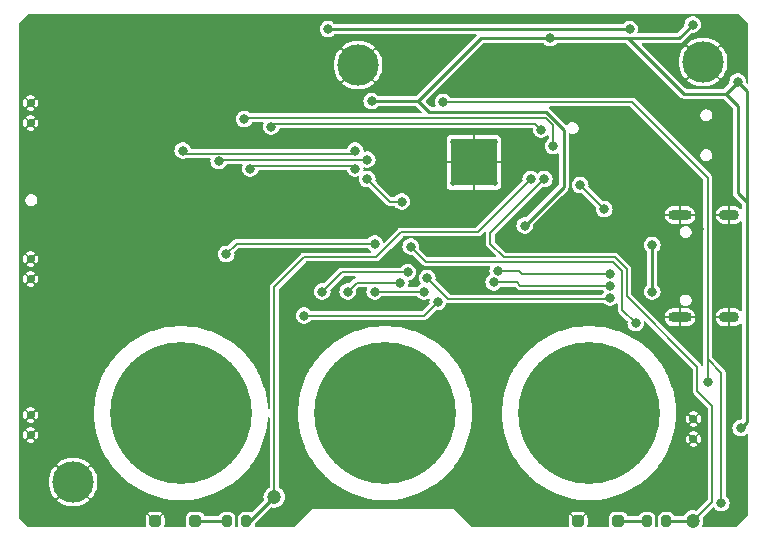
<source format=gbr>
%TF.GenerationSoftware,KiCad,Pcbnew,7.0.9*%
%TF.CreationDate,2024-01-15T23:30:26+02:00*%
%TF.ProjectId,DRM_Watch_V3,44524d5f-5761-4746-9368-5f56332e6b69,rev?*%
%TF.SameCoordinates,Original*%
%TF.FileFunction,Copper,L2,Bot*%
%TF.FilePolarity,Positive*%
%FSLAX46Y46*%
G04 Gerber Fmt 4.6, Leading zero omitted, Abs format (unit mm)*
G04 Created by KiCad (PCBNEW 7.0.9) date 2024-01-15 23:30:26*
%MOMM*%
%LPD*%
G01*
G04 APERTURE LIST*
G04 Aperture macros list*
%AMRoundRect*
0 Rectangle with rounded corners*
0 $1 Rounding radius*
0 $2 $3 $4 $5 $6 $7 $8 $9 X,Y pos of 4 corners*
0 Add a 4 corners polygon primitive as box body*
4,1,4,$2,$3,$4,$5,$6,$7,$8,$9,$2,$3,0*
0 Add four circle primitives for the rounded corners*
1,1,$1+$1,$2,$3*
1,1,$1+$1,$4,$5*
1,1,$1+$1,$6,$7*
1,1,$1+$1,$8,$9*
0 Add four rect primitives between the rounded corners*
20,1,$1+$1,$2,$3,$4,$5,0*
20,1,$1+$1,$4,$5,$6,$7,0*
20,1,$1+$1,$6,$7,$8,$9,0*
20,1,$1+$1,$8,$9,$2,$3,0*%
G04 Aperture macros list end*
%TA.AperFunction,ComponentPad*%
%ADD10C,3.500000*%
%TD*%
%TA.AperFunction,ComponentPad*%
%ADD11C,1.000000*%
%TD*%
%TA.AperFunction,SMDPad,CuDef*%
%ADD12C,12.000000*%
%TD*%
%TA.AperFunction,ComponentPad*%
%ADD13C,0.700000*%
%TD*%
%TA.AperFunction,ComponentPad*%
%ADD14O,2.000000X0.900000*%
%TD*%
%TA.AperFunction,ComponentPad*%
%ADD15O,1.700000X0.900000*%
%TD*%
%TA.AperFunction,ComponentPad*%
%ADD16C,0.500000*%
%TD*%
%TA.AperFunction,SMDPad,CuDef*%
%ADD17R,4.000000X4.000000*%
%TD*%
%TA.AperFunction,SMDPad,CuDef*%
%ADD18C,1.200000*%
%TD*%
%TA.AperFunction,SMDPad,CuDef*%
%ADD19RoundRect,0.250000X0.250000X0.250000X-0.250000X0.250000X-0.250000X-0.250000X0.250000X-0.250000X0*%
%TD*%
%TA.AperFunction,SMDPad,CuDef*%
%ADD20RoundRect,0.200000X-0.200000X-0.275000X0.200000X-0.275000X0.200000X0.275000X-0.200000X0.275000X0*%
%TD*%
%TA.AperFunction,ViaPad*%
%ADD21C,0.800000*%
%TD*%
%TA.AperFunction,Conductor*%
%ADD22C,0.150000*%
%TD*%
%TA.AperFunction,Conductor*%
%ADD23C,0.250000*%
%TD*%
G04 APERTURE END LIST*
D10*
%TO.P,M2,1*%
%TO.N,GND*%
X124460000Y-47752000D03*
%TD*%
D11*
%TO.P,T2,1,touch*%
%TO.N,Net-(T2-touch)*%
X97536000Y-77470000D03*
D12*
X97536000Y-77470000D03*
%TD*%
D13*
%TO.P,S2,3,Shield*%
%TO.N,GND*%
X67518000Y-64428000D03*
X67518000Y-66128000D03*
%TD*%
%TO.P,S1,3,Shield*%
%TO.N,GND*%
X67518000Y-51220000D03*
X67518000Y-52920000D03*
%TD*%
%TO.P,S4,3,Shield*%
%TO.N,GND*%
X67518000Y-77636000D03*
X67518000Y-79336000D03*
%TD*%
D11*
%TO.P,T1,1,touch*%
%TO.N,Net-(T1-touch)*%
X80264000Y-77470000D03*
D12*
X80264000Y-77470000D03*
%TD*%
D10*
%TO.P,M3,1*%
%TO.N,GND*%
X95250000Y-48006000D03*
%TD*%
D13*
%TO.P,S3,3,Shield*%
%TO.N,GND*%
X123637000Y-79678000D03*
X123637000Y-77978000D03*
%TD*%
D10*
%TO.P,M1,1*%
%TO.N,GND*%
X71120000Y-83312000D03*
%TD*%
D14*
%TO.P,J1,S1,SHIELD*%
%TO.N,GND*%
X122500000Y-69356000D03*
%TO.P,J1,S2,SHIELD*%
X122500000Y-60706000D03*
D15*
%TO.P,J1,S3,SHIELD*%
X126670000Y-69356000D03*
%TO.P,J1,S4,SHIELD*%
X126670000Y-60706000D03*
%TD*%
D11*
%TO.P,T3,1,touch*%
%TO.N,Net-(T3-touch)*%
X114808000Y-77470000D03*
D12*
X114808000Y-77470000D03*
%TD*%
D16*
%TO.P,U1,57,GND*%
%TO.N,GND*%
X103293000Y-54497000D03*
X103293000Y-56247000D03*
X103293000Y-57997000D03*
X105043000Y-54497000D03*
X105043000Y-56247000D03*
D17*
X105043000Y-56247000D03*
D16*
X105043000Y-57997000D03*
X106793000Y-54497000D03*
X106793000Y-56247000D03*
X106793000Y-57997000D03*
%TD*%
D18*
%TO.P,TP26,1,1*%
%TO.N,Net-(U1-SPIQ{slash}GPIO31)*%
X88138000Y-84582000D03*
%TD*%
D19*
%TO.P,D7,1,K*%
%TO.N,GND*%
X113870000Y-86614000D03*
%TO.P,D7,2,A*%
%TO.N,Net-(D7-A)*%
X117270000Y-86614000D03*
%TD*%
D20*
%TO.P,R17,1*%
%TO.N,Net-(D6-A)*%
X84138000Y-86614000D03*
%TO.P,R17,2*%
%TO.N,Net-(U1-SPIQ{slash}GPIO31)*%
X85788000Y-86614000D03*
%TD*%
D19*
%TO.P,D6,1,K*%
%TO.N,GND*%
X78056000Y-86614000D03*
%TO.P,D6,2,A*%
%TO.N,Net-(D6-A)*%
X81456000Y-86614000D03*
%TD*%
D18*
%TO.P,TP38,1,1*%
%TO.N,Net-(U1-SPID{slash}GPIO32)*%
X123571000Y-86614000D03*
%TD*%
D20*
%TO.P,R18,1*%
%TO.N,Net-(D7-A)*%
X119698000Y-86614000D03*
%TO.P,R18,2*%
%TO.N,Net-(U1-SPID{slash}GPIO32)*%
X121348000Y-86614000D03*
%TD*%
D21*
%TO.N,Net-(U1-GPIO2{slash}ADC1_CH1)*%
X86106008Y-56769000D03*
X94996000Y-56769000D03*
%TO.N,VCC*%
X92709994Y-44958000D03*
X118237000Y-44958000D03*
%TO.N,+3V3*%
X127381000Y-49403000D03*
X123571000Y-44577000D03*
X127635000Y-78740000D03*
X111506000Y-45720000D03*
X109347020Y-61595000D03*
X96393000Y-51054000D03*
%TO.N,Net-(J1-DP1)*%
X116586000Y-65659000D03*
X107061000Y-65405000D03*
%TO.N,Net-(J1-DN1)*%
X116586000Y-66675000D03*
X106718000Y-66399971D03*
%TO.N,GND*%
X108839000Y-86487000D03*
X85090000Y-69723000D03*
X73406000Y-50673000D03*
X90932000Y-46990000D03*
X89535000Y-75819000D03*
X82931000Y-50038000D03*
X127000000Y-63246000D03*
X105537000Y-74803000D03*
X85471000Y-59055000D03*
X89535000Y-72263000D03*
X98425000Y-46228000D03*
X110363000Y-69342000D03*
X71120000Y-51943000D03*
X88265000Y-46990000D03*
X74168000Y-53594000D03*
X86487000Y-49784000D03*
X72644000Y-69342000D03*
X118237000Y-60198000D03*
X71628000Y-79883000D03*
X89789000Y-67818000D03*
X81026000Y-64389000D03*
X102616000Y-85090000D03*
X111252000Y-86487000D03*
X104013000Y-82677000D03*
X94107000Y-51181000D03*
X104267000Y-84836000D03*
X74168000Y-84836000D03*
X126746000Y-66675000D03*
X122428000Y-81915000D03*
X90297000Y-80264000D03*
X91059000Y-84836000D03*
X69596000Y-44958000D03*
X79629000Y-45974000D03*
X77851000Y-69088000D03*
X69342000Y-74930000D03*
X93980000Y-85090000D03*
X99822002Y-85090000D03*
X112014000Y-47371000D03*
X106426000Y-86487000D03*
X105791000Y-78232000D03*
X75184000Y-46228000D03*
X124079000Y-61849000D03*
X75946000Y-61849000D03*
X89408000Y-64135000D03*
X76454000Y-51054000D03*
X116967000Y-69469000D03*
X114681000Y-50165000D03*
X127070000Y-77006273D03*
X90297000Y-61341000D03*
X107823000Y-81661000D03*
X69596000Y-56134000D03*
X69596000Y-69342000D03*
X84328000Y-44831000D03*
X121412000Y-83820000D03*
X75946000Y-59563000D03*
X68580000Y-48006000D03*
X115189000Y-55626000D03*
X88519000Y-86233000D03*
X108712000Y-71755000D03*
X101219000Y-62865000D03*
X72390000Y-72517000D03*
X119888000Y-57404000D03*
X114173000Y-60706000D03*
X104340111Y-66324781D03*
X116586000Y-61849000D03*
X83566000Y-67437000D03*
X102997000Y-46355000D03*
X68453000Y-85852000D03*
X101473000Y-61087000D03*
X71374000Y-62230000D03*
%TO.N,Net-(U1-GPIO7{slash}ADC1_CH6)*%
X98806000Y-66420996D03*
X94361000Y-67183008D03*
%TO.N,Net-(U1-GPIO11{slash}ADC2_CH0)*%
X96647000Y-67183010D03*
X100838000Y-67183008D03*
%TO.N,Net-(U1-GPIO0{slash}BOOT)*%
X80391000Y-55245000D03*
X94996022Y-55245000D03*
%TO.N,Net-(U1-GPIO1{slash}ADC1_CH0)*%
X96012000Y-56007012D03*
X83439000Y-56134000D03*
%TO.N,Net-(U1-CHIP_PU{slash}RESET)*%
X102443000Y-51134996D03*
X125984000Y-85090000D03*
X124841000Y-74803000D03*
%TO.N,Net-(U1-GPIO12{slash}ADC2_CH1)*%
X90678000Y-69215000D03*
X101981000Y-68072000D03*
%TO.N,Net-(U1-GPIO33)*%
X114046012Y-58166000D03*
X116078000Y-60198000D03*
%TO.N,VBUS*%
X120142000Y-63246000D03*
X120142000Y-67183000D03*
%TO.N,Net-(T1-touch)*%
X96647000Y-63119000D03*
X84074000Y-64008000D03*
%TO.N,Net-(T2-touch)*%
X99441000Y-65532000D03*
X92202000Y-67183000D03*
%TO.N,Net-(T3-touch)*%
X116586022Y-67691020D03*
X101092008Y-66040000D03*
%TO.N,Net-(U1-GPIO3{slash}ADC1_CH2)*%
X96012000Y-57658000D03*
X118744996Y-69850000D03*
X99695000Y-63373000D03*
X98933000Y-59563000D03*
%TO.N,Net-(U1-GPIO36)*%
X85598000Y-52578000D03*
X111760000Y-54864000D03*
%TO.N,Net-(U1-GPIO37)*%
X110744000Y-53467000D03*
X87884000Y-53213000D03*
%TO.N,Net-(U1-SPIQ{slash}GPIO31)*%
X109855006Y-57658000D03*
%TO.N,Net-(U1-SPID{slash}GPIO32)*%
X110998000Y-57658000D03*
%TD*%
D22*
%TO.N,Net-(U1-GPIO2{slash}ADC1_CH1)*%
X94996000Y-56769000D02*
X94742000Y-56515000D01*
X86360008Y-56515000D02*
X86106008Y-56769000D01*
X94742000Y-56515000D02*
X86360008Y-56515000D01*
D23*
%TO.N,VCC*%
X92709994Y-44958000D02*
X118237000Y-44958000D01*
%TO.N,+3V3*%
X122809000Y-50419000D02*
X118117000Y-45727000D01*
X111513000Y-45727000D02*
X111506000Y-45720000D01*
X127381000Y-49403000D02*
X126365000Y-50419000D01*
X101219000Y-51943000D02*
X100330000Y-51054000D01*
X126365000Y-50419000D02*
X127381000Y-51435000D01*
X127381000Y-51435000D02*
X127381000Y-58801000D01*
X122421000Y-45727000D02*
X123571000Y-44577000D01*
X100330000Y-51054000D02*
X96393000Y-51054000D01*
X126365000Y-50419000D02*
X122809000Y-50419000D01*
X111125000Y-51943000D02*
X101219000Y-51943000D01*
X112649000Y-58293020D02*
X112649000Y-53467000D01*
X127381000Y-58801000D02*
X128143000Y-59563000D01*
X105664000Y-45720000D02*
X111506000Y-45720000D01*
X128143000Y-50165000D02*
X128143000Y-59690000D01*
X128143000Y-59690000D02*
X128143000Y-78232000D01*
X128143000Y-59563000D02*
X128143000Y-59690000D01*
X100330000Y-51054000D02*
X105664000Y-45720000D01*
X117983000Y-45727000D02*
X111513000Y-45727000D01*
X109347020Y-61595000D02*
X112649000Y-58293020D01*
X127381000Y-49403000D02*
X128143000Y-50165000D01*
X118117000Y-45727000D02*
X117983000Y-45727000D01*
X112649000Y-53467000D02*
X111125000Y-51943000D01*
X117983000Y-45727000D02*
X122421000Y-45727000D01*
X128143000Y-78232000D02*
X127635000Y-78740000D01*
%TO.N,Net-(D6-A)*%
X81456000Y-86614000D02*
X84138000Y-86614000D01*
%TO.N,Net-(D7-A)*%
X117270000Y-86614000D02*
X119698000Y-86614000D01*
D22*
%TO.N,Net-(J1-DP1)*%
X108839000Y-65405000D02*
X109093000Y-65659000D01*
X107061000Y-65405000D02*
X108839000Y-65405000D01*
X109093000Y-65659000D02*
X116586000Y-65659000D01*
%TO.N,Net-(J1-DN1)*%
X108690971Y-66399971D02*
X108966000Y-66675000D01*
X108966000Y-66675000D02*
X116586000Y-66675000D01*
X106718000Y-66399971D02*
X108690971Y-66399971D01*
%TO.N,Net-(U1-GPIO7{slash}ADC1_CH6)*%
X95123012Y-66420996D02*
X94361000Y-67183008D01*
X98806000Y-66420996D02*
X95123012Y-66420996D01*
%TO.N,Net-(U1-GPIO11{slash}ADC2_CH0)*%
X96647000Y-67183010D02*
X96647010Y-67183000D01*
X100837992Y-67183000D02*
X100838000Y-67183008D01*
X96647010Y-67183000D02*
X100837992Y-67183000D01*
%TO.N,Net-(U1-GPIO0{slash}BOOT)*%
X80391000Y-55245000D02*
X80645000Y-55499000D01*
X94742022Y-55499000D02*
X94996022Y-55245000D01*
X80645000Y-55499000D02*
X94742022Y-55499000D01*
%TO.N,Net-(U1-GPIO1{slash}ADC1_CH0)*%
X96011988Y-56007000D02*
X96012000Y-56007012D01*
X83439000Y-56134000D02*
X83566000Y-56007000D01*
X83566000Y-56007000D02*
X96011988Y-56007000D01*
%TO.N,Net-(U1-CHIP_PU{slash}RESET)*%
X124841000Y-72898000D02*
X124841000Y-57531000D01*
X124841000Y-72898000D02*
X125984000Y-74041000D01*
X124841000Y-72898000D02*
X124841000Y-74803000D01*
X124841000Y-57531000D02*
X118444996Y-51134996D01*
X125984000Y-74041000D02*
X125984000Y-85090000D01*
X118444996Y-51134996D02*
X102443000Y-51134996D01*
%TO.N,Net-(U1-GPIO12{slash}ADC2_CH1)*%
X90678000Y-69215000D02*
X100838000Y-69215000D01*
X100838000Y-69215000D02*
X101981000Y-68072000D01*
%TO.N,Net-(U1-GPIO33)*%
X116078000Y-60198000D02*
X114046012Y-58166012D01*
X114046012Y-58166012D02*
X114046012Y-58166000D01*
D23*
%TO.N,VBUS*%
X120142000Y-67183000D02*
X120142000Y-63246000D01*
D22*
%TO.N,Net-(T1-touch)*%
X84963012Y-63118988D02*
X96646988Y-63118988D01*
X84074000Y-64008000D02*
X84963012Y-63118988D01*
X96646988Y-63118988D02*
X96647000Y-63119000D01*
%TO.N,Net-(T2-touch)*%
X99441000Y-65532000D02*
X93853000Y-65532000D01*
X93853000Y-65532000D02*
X92202000Y-67183000D01*
%TO.N,Net-(T3-touch)*%
X116459042Y-67818000D02*
X116586022Y-67691020D01*
X101092008Y-66040000D02*
X102870008Y-67818000D01*
X102870008Y-67818000D02*
X116459042Y-67818000D01*
%TO.N,Net-(U1-GPIO3{slash}ADC1_CH2)*%
X116840000Y-64643000D02*
X100965000Y-64643000D01*
X117602000Y-68707004D02*
X117602000Y-65405000D01*
X117602000Y-65405000D02*
X116840000Y-64643000D01*
X100965000Y-64643000D02*
X99695000Y-63373000D01*
X98933000Y-59563000D02*
X97917000Y-59563000D01*
X97917000Y-59563000D02*
X96012000Y-57658000D01*
X118744996Y-69850000D02*
X117602000Y-68707004D01*
%TO.N,Net-(U1-GPIO36)*%
X85725000Y-52451000D02*
X85598000Y-52578000D01*
X111760000Y-54864000D02*
X111760000Y-53086000D01*
X111125000Y-52451000D02*
X85725000Y-52451000D01*
X111760000Y-53086000D02*
X111125000Y-52451000D01*
%TO.N,Net-(U1-GPIO37)*%
X110744000Y-53467000D02*
X110236000Y-52959000D01*
X110236000Y-52959000D02*
X88138000Y-52959000D01*
X88138000Y-52959000D02*
X87884000Y-53213000D01*
%TO.N,Net-(U1-SPIQ{slash}GPIO31)*%
X98893000Y-62143000D02*
X105370006Y-62143000D01*
X105370006Y-62143000D02*
X109855006Y-57658000D01*
X96774000Y-64262000D02*
X98893000Y-62143000D01*
X90678000Y-64262000D02*
X96774000Y-64262000D01*
X88138000Y-84582000D02*
X88138000Y-66802000D01*
D23*
X85788000Y-86614000D02*
X86106000Y-86614000D01*
D22*
X88138000Y-66802000D02*
X90678000Y-64262000D01*
D23*
X86106000Y-86614000D02*
X88138000Y-84582000D01*
D22*
%TO.N,Net-(U1-SPID{slash}GPIO32)*%
X107569000Y-64262000D02*
X106426000Y-63119000D01*
X106426000Y-63119000D02*
X106426000Y-62230000D01*
X106426000Y-62230000D02*
X110998000Y-57658000D01*
X125222000Y-84963000D02*
X125222000Y-76835000D01*
X123952000Y-75565000D02*
X123952000Y-73533000D01*
X125222000Y-76835000D02*
X123952000Y-75565000D01*
X116967000Y-64262000D02*
X107569000Y-64262000D01*
X123571000Y-86614000D02*
X125222000Y-84963000D01*
X117983000Y-67564000D02*
X117983000Y-65278000D01*
X117983000Y-65278000D02*
X116967000Y-64262000D01*
D23*
X121348000Y-86614000D02*
X123571000Y-86614000D01*
D22*
X123952000Y-73533000D02*
X117983000Y-67564000D01*
%TD*%
%TA.AperFunction,Conductor*%
%TO.N,GND*%
G36*
X106017225Y-62113296D02*
G01*
X106046258Y-62154760D01*
X106047781Y-62176795D01*
X106047979Y-62176787D01*
X106050500Y-62237755D01*
X106050500Y-63072381D01*
X106048925Y-63087566D01*
X106045633Y-63103264D01*
X106045633Y-63103269D01*
X106050216Y-63140032D01*
X106050500Y-63144613D01*
X106050500Y-63150119D01*
X106054341Y-63173140D01*
X106061134Y-63227627D01*
X106062884Y-63233504D01*
X106062615Y-63233584D01*
X106063679Y-63236904D01*
X106063945Y-63236813D01*
X106065934Y-63242608D01*
X106065935Y-63242610D01*
X106092055Y-63290877D01*
X106116175Y-63340214D01*
X106119738Y-63345204D01*
X106119510Y-63345366D01*
X106121595Y-63348162D01*
X106121817Y-63347990D01*
X106125581Y-63352826D01*
X106165971Y-63390008D01*
X106553963Y-63778000D01*
X106917137Y-64141174D01*
X106938529Y-64187051D01*
X106925428Y-64235945D01*
X106883964Y-64264979D01*
X106864811Y-64267500D01*
X101151189Y-64267500D01*
X101103623Y-64250187D01*
X101098863Y-64245826D01*
X100407216Y-63554178D01*
X100385824Y-63508301D01*
X100386082Y-63492932D01*
X100400645Y-63373002D01*
X100400645Y-63372996D01*
X100380140Y-63204128D01*
X100319818Y-63045070D01*
X100223183Y-62905071D01*
X100095856Y-62792269D01*
X100095853Y-62792267D01*
X100095852Y-62792266D01*
X99945225Y-62713210D01*
X99945222Y-62713209D01*
X99780058Y-62672500D01*
X99780056Y-62672500D01*
X99609944Y-62672500D01*
X99609941Y-62672500D01*
X99444777Y-62713209D01*
X99294146Y-62792267D01*
X99294143Y-62792269D01*
X99166816Y-62905071D01*
X99070181Y-63045070D01*
X99009859Y-63204128D01*
X98989355Y-63372996D01*
X98989355Y-63373003D01*
X99009859Y-63541871D01*
X99070181Y-63700929D01*
X99166816Y-63840928D01*
X99265164Y-63928057D01*
X99294148Y-63953734D01*
X99444775Y-64032790D01*
X99609944Y-64073500D01*
X99609948Y-64073500D01*
X99780054Y-64073500D01*
X99780056Y-64073500D01*
X99780058Y-64073499D01*
X99780061Y-64073499D01*
X99807247Y-64066798D01*
X99857575Y-64072223D01*
X99877284Y-64086321D01*
X100666518Y-64875555D01*
X100676142Y-64887406D01*
X100684915Y-64900834D01*
X100684918Y-64900838D01*
X100714154Y-64923594D01*
X100717591Y-64926628D01*
X100721482Y-64930519D01*
X100740483Y-64944085D01*
X100783811Y-64977809D01*
X100783814Y-64977811D01*
X100789206Y-64980729D01*
X100789071Y-64980977D01*
X100792170Y-64982572D01*
X100792295Y-64982318D01*
X100797800Y-64985010D01*
X100850405Y-65000671D01*
X100902338Y-65018500D01*
X100908385Y-65019509D01*
X100908338Y-65019785D01*
X100911792Y-65020289D01*
X100911827Y-65020009D01*
X100917904Y-65020766D01*
X100917911Y-65020768D01*
X100972755Y-65018500D01*
X106351187Y-65018500D01*
X106398753Y-65035813D01*
X106424063Y-65079650D01*
X106420378Y-65118740D01*
X106375859Y-65236126D01*
X106355355Y-65404996D01*
X106355355Y-65405003D01*
X106375859Y-65573873D01*
X106420472Y-65691509D01*
X106421152Y-65742123D01*
X106389138Y-65781333D01*
X106385672Y-65783272D01*
X106317149Y-65819236D01*
X106317143Y-65819240D01*
X106189816Y-65932042D01*
X106093181Y-66072041D01*
X106032859Y-66231099D01*
X106012355Y-66399967D01*
X106012355Y-66399974D01*
X106032859Y-66568842D01*
X106093181Y-66727900D01*
X106189816Y-66867899D01*
X106292231Y-66958631D01*
X106317148Y-66980705D01*
X106467775Y-67059761D01*
X106632944Y-67100471D01*
X106632948Y-67100471D01*
X106803052Y-67100471D01*
X106803056Y-67100471D01*
X106968225Y-67059761D01*
X107118852Y-66980705D01*
X107246183Y-66867900D01*
X107287920Y-66807433D01*
X107329189Y-66778123D01*
X107348821Y-66775471D01*
X108504782Y-66775471D01*
X108552348Y-66792784D01*
X108557108Y-66797145D01*
X108667518Y-66907555D01*
X108677140Y-66919404D01*
X108685916Y-66932836D01*
X108709003Y-66950805D01*
X108715154Y-66955593D01*
X108718593Y-66958631D01*
X108721542Y-66961579D01*
X108722483Y-66962520D01*
X108741486Y-66976088D01*
X108775972Y-67002930D01*
X108784811Y-67009809D01*
X108784812Y-67009809D01*
X108790202Y-67012726D01*
X108790066Y-67012976D01*
X108793163Y-67014569D01*
X108793288Y-67014315D01*
X108798798Y-67017008D01*
X108798801Y-67017010D01*
X108833355Y-67027297D01*
X108851402Y-67032670D01*
X108864387Y-67037127D01*
X108903340Y-67050500D01*
X108903343Y-67050500D01*
X108909391Y-67051510D01*
X108909344Y-67051786D01*
X108912793Y-67052289D01*
X108912828Y-67052009D01*
X108918905Y-67052766D01*
X108918912Y-67052768D01*
X108973756Y-67050500D01*
X115955179Y-67050500D01*
X116002745Y-67067813D01*
X116016080Y-67082463D01*
X116056477Y-67140988D01*
X116069249Y-67189969D01*
X116056477Y-67225062D01*
X115961203Y-67363090D01*
X115949200Y-67394741D01*
X115916145Y-67433077D01*
X115880009Y-67442500D01*
X103056197Y-67442500D01*
X103008631Y-67425187D01*
X103003871Y-67420826D01*
X101804224Y-66221178D01*
X101782832Y-66175301D01*
X101783090Y-66159932D01*
X101786968Y-66128000D01*
X101791940Y-66087051D01*
X101797653Y-66040002D01*
X101797653Y-66039996D01*
X101777148Y-65871128D01*
X101716826Y-65712070D01*
X101620191Y-65572071D01*
X101492864Y-65459269D01*
X101492861Y-65459267D01*
X101492860Y-65459266D01*
X101342233Y-65380210D01*
X101342230Y-65380209D01*
X101177066Y-65339500D01*
X101177064Y-65339500D01*
X101006952Y-65339500D01*
X101006949Y-65339500D01*
X100841785Y-65380209D01*
X100691154Y-65459267D01*
X100691151Y-65459269D01*
X100563824Y-65572071D01*
X100467189Y-65712070D01*
X100406867Y-65871128D01*
X100386363Y-66039996D01*
X100386363Y-66040003D01*
X100406867Y-66208871D01*
X100467190Y-66367931D01*
X100467192Y-66367934D01*
X100530490Y-66459636D01*
X100543264Y-66508617D01*
X100521564Y-66554349D01*
X100503981Y-66567196D01*
X100437149Y-66602273D01*
X100437143Y-66602277D01*
X100318644Y-66707259D01*
X100309817Y-66715079D01*
X100268132Y-66775471D01*
X100268086Y-66775537D01*
X100226817Y-66804848D01*
X100207185Y-66807500D01*
X99515811Y-66807500D01*
X99468245Y-66790187D01*
X99442935Y-66746350D01*
X99446620Y-66707259D01*
X99461939Y-66666866D01*
X99491140Y-66589868D01*
X99501625Y-66503520D01*
X99511645Y-66420999D01*
X99511645Y-66420992D01*
X99497743Y-66306506D01*
X99509195Y-66257200D01*
X99549662Y-66226791D01*
X99553461Y-66225745D01*
X99691225Y-66191790D01*
X99841852Y-66112734D01*
X99969183Y-65999929D01*
X100065818Y-65859930D01*
X100126140Y-65700872D01*
X100141561Y-65573872D01*
X100146645Y-65532003D01*
X100146645Y-65531996D01*
X100126140Y-65363128D01*
X100065818Y-65204070D01*
X99969183Y-65064071D01*
X99841856Y-64951269D01*
X99841853Y-64951267D01*
X99841852Y-64951266D01*
X99691225Y-64872210D01*
X99691222Y-64872209D01*
X99526058Y-64831500D01*
X99526056Y-64831500D01*
X99355944Y-64831500D01*
X99355941Y-64831500D01*
X99190777Y-64872209D01*
X99190775Y-64872209D01*
X99190775Y-64872210D01*
X99115461Y-64911738D01*
X99040146Y-64951267D01*
X99040143Y-64951269D01*
X98912816Y-65064071D01*
X98902063Y-65079650D01*
X98872142Y-65122999D01*
X98871080Y-65124537D01*
X98829811Y-65153848D01*
X98810179Y-65156500D01*
X93899618Y-65156500D01*
X93884433Y-65154925D01*
X93868732Y-65151633D01*
X93831963Y-65156216D01*
X93827385Y-65156500D01*
X93821878Y-65156500D01*
X93801415Y-65159915D01*
X93798857Y-65160342D01*
X93796884Y-65160588D01*
X93744376Y-65167133D01*
X93738499Y-65168883D01*
X93738419Y-65168616D01*
X93735096Y-65169681D01*
X93735187Y-65169945D01*
X93729388Y-65171935D01*
X93681118Y-65198058D01*
X93631788Y-65222174D01*
X93626798Y-65225737D01*
X93626637Y-65225511D01*
X93623837Y-65227599D01*
X93624008Y-65227818D01*
X93619176Y-65231578D01*
X93581992Y-65271970D01*
X92384282Y-66469678D01*
X92338405Y-66491070D01*
X92314247Y-66489202D01*
X92287058Y-66482500D01*
X92287056Y-66482500D01*
X92116944Y-66482500D01*
X92116941Y-66482500D01*
X91951777Y-66523209D01*
X91951775Y-66523209D01*
X91951775Y-66523210D01*
X91934035Y-66532521D01*
X91801146Y-66602267D01*
X91801143Y-66602269D01*
X91673816Y-66715071D01*
X91577181Y-66855070D01*
X91516859Y-67014128D01*
X91496355Y-67182996D01*
X91496355Y-67183003D01*
X91516859Y-67351871D01*
X91577181Y-67510929D01*
X91673816Y-67650928D01*
X91778951Y-67744070D01*
X91801148Y-67763734D01*
X91951775Y-67842790D01*
X92116944Y-67883500D01*
X92116948Y-67883500D01*
X92287052Y-67883500D01*
X92287056Y-67883500D01*
X92452225Y-67842790D01*
X92602852Y-67763734D01*
X92730183Y-67650929D01*
X92826818Y-67510930D01*
X92887140Y-67351872D01*
X92907643Y-67183019D01*
X92907645Y-67183003D01*
X92907645Y-67182996D01*
X92893082Y-67063065D01*
X92904534Y-67013759D01*
X92914211Y-67001824D01*
X93986863Y-65929174D01*
X94032740Y-65907782D01*
X94039189Y-65907500D01*
X95014847Y-65907500D01*
X95062413Y-65924813D01*
X95087723Y-65968650D01*
X95078933Y-66018500D01*
X95040156Y-66051037D01*
X95024008Y-66054930D01*
X95014386Y-66056130D01*
X95014385Y-66056130D01*
X95014380Y-66056131D01*
X95008509Y-66057879D01*
X95008430Y-66057614D01*
X95005109Y-66058677D01*
X95005200Y-66058940D01*
X94999404Y-66060930D01*
X94999402Y-66060930D01*
X94999402Y-66060931D01*
X94951134Y-66087051D01*
X94901799Y-66111170D01*
X94896809Y-66114733D01*
X94896647Y-66114506D01*
X94893848Y-66116593D01*
X94894020Y-66116814D01*
X94889188Y-66120574D01*
X94852004Y-66160966D01*
X94543283Y-66469686D01*
X94497406Y-66491078D01*
X94473249Y-66489210D01*
X94446060Y-66482508D01*
X94446056Y-66482508D01*
X94275944Y-66482508D01*
X94275941Y-66482508D01*
X94110777Y-66523217D01*
X93960146Y-66602275D01*
X93960143Y-66602277D01*
X93832816Y-66715079D01*
X93736181Y-66855078D01*
X93675859Y-67014136D01*
X93655355Y-67183004D01*
X93655355Y-67183011D01*
X93675859Y-67351879D01*
X93736181Y-67510937D01*
X93832816Y-67650936D01*
X93960138Y-67763734D01*
X93960148Y-67763742D01*
X94110775Y-67842798D01*
X94275944Y-67883508D01*
X94275948Y-67883508D01*
X94446052Y-67883508D01*
X94446056Y-67883508D01*
X94611225Y-67842798D01*
X94761852Y-67763742D01*
X94889183Y-67650937D01*
X94985818Y-67510938D01*
X95046140Y-67351880D01*
X95066644Y-67183019D01*
X95066645Y-67183012D01*
X95066645Y-67183003D01*
X95052082Y-67063073D01*
X95063534Y-67013767D01*
X95073211Y-67001832D01*
X95256875Y-66818170D01*
X95302752Y-66796778D01*
X95309201Y-66796496D01*
X95937193Y-66796496D01*
X95984759Y-66813809D01*
X96010069Y-66857646D01*
X96006384Y-66896737D01*
X95961859Y-67014138D01*
X95941355Y-67183006D01*
X95941355Y-67183013D01*
X95961859Y-67351881D01*
X96022181Y-67510939D01*
X96118816Y-67650938D01*
X96246136Y-67763734D01*
X96246148Y-67763744D01*
X96396775Y-67842800D01*
X96561944Y-67883510D01*
X96561948Y-67883510D01*
X96732052Y-67883510D01*
X96732056Y-67883510D01*
X96897225Y-67842800D01*
X97047852Y-67763744D01*
X97175183Y-67650939D01*
X97216927Y-67590463D01*
X97258196Y-67561152D01*
X97277828Y-67558500D01*
X100207174Y-67558500D01*
X100254740Y-67575813D01*
X100268073Y-67590461D01*
X100309817Y-67650937D01*
X100377555Y-67710947D01*
X100437138Y-67763734D01*
X100437148Y-67763742D01*
X100587775Y-67842798D01*
X100752944Y-67883508D01*
X100752948Y-67883508D01*
X100923052Y-67883508D01*
X100923056Y-67883508D01*
X101088225Y-67842798D01*
X101203253Y-67782426D01*
X101253416Y-67775650D01*
X101296199Y-67802703D01*
X101311583Y-67850928D01*
X101306834Y-67874189D01*
X101295859Y-67903126D01*
X101275355Y-68071996D01*
X101275355Y-68072000D01*
X101282525Y-68131050D01*
X101289917Y-68191933D01*
X101278463Y-68241239D01*
X101268782Y-68253178D01*
X100704136Y-68817826D01*
X100658260Y-68839218D01*
X100651810Y-68839500D01*
X91308821Y-68839500D01*
X91261255Y-68822187D01*
X91247920Y-68807537D01*
X91206183Y-68747071D01*
X91078856Y-68634269D01*
X91078853Y-68634267D01*
X91078852Y-68634266D01*
X90928225Y-68555210D01*
X90928222Y-68555209D01*
X90763058Y-68514500D01*
X90763056Y-68514500D01*
X90592944Y-68514500D01*
X90592941Y-68514500D01*
X90427777Y-68555209D01*
X90277146Y-68634267D01*
X90277143Y-68634269D01*
X90149816Y-68747071D01*
X90053181Y-68887070D01*
X89992859Y-69046128D01*
X89972355Y-69214996D01*
X89972355Y-69215003D01*
X89992859Y-69383871D01*
X90053181Y-69542929D01*
X90149816Y-69682928D01*
X90209551Y-69735849D01*
X90277148Y-69795734D01*
X90427775Y-69874790D01*
X90592944Y-69915500D01*
X90592948Y-69915500D01*
X90763052Y-69915500D01*
X90763056Y-69915500D01*
X90928225Y-69874790D01*
X91078852Y-69795734D01*
X91206183Y-69682929D01*
X91247920Y-69622462D01*
X91289189Y-69593152D01*
X91308821Y-69590500D01*
X100791383Y-69590500D01*
X100806567Y-69592074D01*
X100822268Y-69595367D01*
X100859036Y-69590783D01*
X100863615Y-69590500D01*
X100869111Y-69590500D01*
X100869114Y-69590500D01*
X100892140Y-69586657D01*
X100946626Y-69579866D01*
X100946631Y-69579863D01*
X100952507Y-69578115D01*
X100952587Y-69578386D01*
X100955904Y-69577323D01*
X100955812Y-69577055D01*
X100961604Y-69575065D01*
X100961610Y-69575065D01*
X101009877Y-69548944D01*
X101059211Y-69524826D01*
X101059215Y-69524821D01*
X101064204Y-69521261D01*
X101064369Y-69521493D01*
X101067158Y-69519414D01*
X101066983Y-69519189D01*
X101071822Y-69515422D01*
X101071823Y-69515420D01*
X101071826Y-69515419D01*
X101109008Y-69475028D01*
X101798715Y-68785320D01*
X101844590Y-68763929D01*
X101868749Y-68765797D01*
X101895944Y-68772500D01*
X101895948Y-68772500D01*
X102066052Y-68772500D01*
X102066056Y-68772500D01*
X102231225Y-68731790D01*
X102381852Y-68652734D01*
X102509183Y-68539929D01*
X102605818Y-68399930D01*
X102666140Y-68240872D01*
X102666292Y-68239617D01*
X102666598Y-68239014D01*
X102667211Y-68236529D01*
X102667788Y-68236671D01*
X102689209Y-68194484D01*
X102735776Y-68174640D01*
X102763778Y-68178542D01*
X102807348Y-68193500D01*
X102813399Y-68194510D01*
X102813352Y-68194786D01*
X102816801Y-68195289D01*
X102816836Y-68195009D01*
X102822913Y-68195766D01*
X102822920Y-68195768D01*
X102877764Y-68193500D01*
X116068774Y-68193500D01*
X116116340Y-68210813D01*
X116117845Y-68212110D01*
X116131137Y-68223885D01*
X116185170Y-68271754D01*
X116335797Y-68350810D01*
X116500966Y-68391520D01*
X116500970Y-68391520D01*
X116671074Y-68391520D01*
X116671078Y-68391520D01*
X116836247Y-68350810D01*
X116986874Y-68271754D01*
X117103430Y-68168494D01*
X117150513Y-68149912D01*
X117198527Y-68165941D01*
X117225004Y-68209083D01*
X117226500Y-68223885D01*
X117226500Y-68660385D01*
X117224925Y-68675570D01*
X117221633Y-68691268D01*
X117221633Y-68691273D01*
X117226216Y-68728036D01*
X117226500Y-68732617D01*
X117226500Y-68738123D01*
X117230341Y-68761144D01*
X117237134Y-68815631D01*
X117238884Y-68821508D01*
X117238615Y-68821588D01*
X117239679Y-68824908D01*
X117239945Y-68824817D01*
X117241934Y-68830612D01*
X117241935Y-68830614D01*
X117246744Y-68839500D01*
X117268055Y-68878881D01*
X117292175Y-68928218D01*
X117295738Y-68933208D01*
X117295510Y-68933370D01*
X117297595Y-68936166D01*
X117297817Y-68935994D01*
X117301581Y-68940830D01*
X117341971Y-68978012D01*
X118032779Y-69668820D01*
X118054171Y-69714695D01*
X118053913Y-69730065D01*
X118039351Y-69849996D01*
X118039351Y-69850003D01*
X118059855Y-70018871D01*
X118120177Y-70177929D01*
X118120178Y-70177930D01*
X118216813Y-70317929D01*
X118344144Y-70430734D01*
X118494771Y-70509790D01*
X118659940Y-70550500D01*
X118659944Y-70550500D01*
X118830048Y-70550500D01*
X118830052Y-70550500D01*
X118995221Y-70509790D01*
X119145848Y-70430734D01*
X119273179Y-70317929D01*
X119369814Y-70177930D01*
X119430136Y-70018872D01*
X119440387Y-69934446D01*
X119450641Y-69850003D01*
X119450641Y-69849996D01*
X119436780Y-69735849D01*
X119448232Y-69686543D01*
X119488699Y-69656134D01*
X119539245Y-69658850D01*
X119562566Y-69674603D01*
X123554826Y-73666863D01*
X123576218Y-73712739D01*
X123576500Y-73719189D01*
X123576500Y-75518381D01*
X123574925Y-75533566D01*
X123571633Y-75549264D01*
X123571633Y-75549268D01*
X123574802Y-75574694D01*
X123576216Y-75586032D01*
X123576500Y-75590613D01*
X123576500Y-75596119D01*
X123580341Y-75619140D01*
X123587134Y-75673627D01*
X123588884Y-75679504D01*
X123588615Y-75679584D01*
X123589679Y-75682904D01*
X123589945Y-75682813D01*
X123591934Y-75688608D01*
X123591935Y-75688610D01*
X123618055Y-75736877D01*
X123642175Y-75786214D01*
X123645738Y-75791204D01*
X123645510Y-75791366D01*
X123647595Y-75794162D01*
X123647817Y-75793990D01*
X123651581Y-75798826D01*
X123691971Y-75836008D01*
X124824826Y-76968863D01*
X124846218Y-77014738D01*
X124846500Y-77021188D01*
X124846500Y-84776809D01*
X124829187Y-84824375D01*
X124824826Y-84829135D01*
X123920698Y-85733262D01*
X123874821Y-85754654D01*
X123852987Y-85753319D01*
X123693450Y-85719409D01*
X123665646Y-85713500D01*
X123476354Y-85713500D01*
X123443897Y-85720398D01*
X123291197Y-85752855D01*
X123291195Y-85752856D01*
X123118271Y-85829847D01*
X123118266Y-85829850D01*
X122965131Y-85941109D01*
X122838467Y-86081783D01*
X122824649Y-86105717D01*
X122804649Y-86140360D01*
X122798217Y-86151500D01*
X122759441Y-86184037D01*
X122734131Y-86188500D01*
X122077426Y-86188500D01*
X122029860Y-86171187D01*
X122008092Y-86140362D01*
X121991796Y-86096669D01*
X121905546Y-85981454D01*
X121790331Y-85895204D01*
X121790330Y-85895203D01*
X121790329Y-85895202D01*
X121655487Y-85844910D01*
X121655484Y-85844909D01*
X121655483Y-85844909D01*
X121595873Y-85838500D01*
X121100127Y-85838500D01*
X121040514Y-85844909D01*
X120905670Y-85895202D01*
X120905669Y-85895203D01*
X120790454Y-85981454D01*
X120704203Y-86096669D01*
X120704202Y-86096670D01*
X120653910Y-86231512D01*
X120653909Y-86231517D01*
X120647500Y-86291126D01*
X120647500Y-86936873D01*
X120653909Y-86996485D01*
X120663478Y-87022140D01*
X120663880Y-87072757D01*
X120631651Y-87111791D01*
X120594144Y-87122000D01*
X120451856Y-87122000D01*
X120404290Y-87104687D01*
X120378980Y-87060850D01*
X120382522Y-87022140D01*
X120390373Y-87001089D01*
X120392091Y-86996483D01*
X120398500Y-86936873D01*
X120398499Y-86291128D01*
X120392091Y-86231517D01*
X120372458Y-86178877D01*
X120341797Y-86096670D01*
X120341796Y-86096669D01*
X120325516Y-86074922D01*
X120255546Y-85981454D01*
X120140331Y-85895204D01*
X120140330Y-85895203D01*
X120140329Y-85895202D01*
X120005487Y-85844910D01*
X120005484Y-85844909D01*
X120005483Y-85844909D01*
X119945873Y-85838500D01*
X119450127Y-85838500D01*
X119390514Y-85844909D01*
X119255670Y-85895202D01*
X119255669Y-85895203D01*
X119140454Y-85981454D01*
X119057772Y-86091903D01*
X119054204Y-86096669D01*
X119037907Y-86140361D01*
X119005065Y-86178877D01*
X118968574Y-86188500D01*
X118092915Y-86188500D01*
X118045349Y-86171187D01*
X118024074Y-86141647D01*
X118023566Y-86140360D01*
X118004361Y-86091658D01*
X117912922Y-85971078D01*
X117853071Y-85925691D01*
X117792341Y-85879638D01*
X117688021Y-85838500D01*
X117651564Y-85824123D01*
X117622076Y-85820582D01*
X117563104Y-85813500D01*
X117563102Y-85813500D01*
X116976898Y-85813500D01*
X116976896Y-85813500D01*
X116888436Y-85824123D01*
X116747658Y-85879638D01*
X116627078Y-85971077D01*
X116627077Y-85971078D01*
X116535638Y-86091658D01*
X116480123Y-86232436D01*
X116471990Y-86300166D01*
X116469500Y-86320898D01*
X116469500Y-86907102D01*
X116469500Y-86907104D01*
X116469499Y-86907104D01*
X116478399Y-86981210D01*
X116480123Y-86995564D01*
X116486211Y-87011001D01*
X116490096Y-87020853D01*
X116491440Y-87071455D01*
X116459943Y-87111081D01*
X116421255Y-87122000D01*
X114718207Y-87122000D01*
X114670641Y-87104687D01*
X114645331Y-87060850D01*
X114649366Y-87020853D01*
X114659385Y-86995445D01*
X114670000Y-86907061D01*
X114670000Y-86320938D01*
X114659385Y-86232556D01*
X114603920Y-86091903D01*
X114558308Y-86031757D01*
X114558307Y-86031757D01*
X113922325Y-86667739D01*
X113876448Y-86689131D01*
X113827554Y-86676030D01*
X113817673Y-86667739D01*
X113181691Y-86031757D01*
X113181690Y-86031757D01*
X113136078Y-86091905D01*
X113080614Y-86232556D01*
X113070000Y-86320938D01*
X113070000Y-86907061D01*
X113080614Y-86995445D01*
X113090634Y-87020853D01*
X113091978Y-87071454D01*
X113060482Y-87111081D01*
X113021793Y-87122000D01*
X104933100Y-87122000D01*
X104885534Y-87104687D01*
X104880238Y-87099785D01*
X104155524Y-86360000D01*
X103730063Y-85925691D01*
X113287757Y-85925691D01*
X113869999Y-86507933D01*
X114452241Y-85925691D01*
X114452241Y-85925690D01*
X114392096Y-85880079D01*
X114251443Y-85824614D01*
X114163061Y-85814000D01*
X113576939Y-85814000D01*
X113488556Y-85824614D01*
X113347905Y-85880078D01*
X113287757Y-85925690D01*
X113287757Y-85925691D01*
X103730063Y-85925691D01*
X103378000Y-85566306D01*
X103377999Y-85566306D01*
X91439999Y-85598000D01*
X89937499Y-87062340D01*
X89891351Y-87083140D01*
X89885977Y-87083345D01*
X86553869Y-87089046D01*
X86506273Y-87071815D01*
X86480888Y-87028021D01*
X86481640Y-87001089D01*
X86481596Y-87001085D01*
X86481656Y-87000525D01*
X86481726Y-86998024D01*
X86482087Y-86996491D01*
X86482091Y-86996483D01*
X86488500Y-86936873D01*
X86488499Y-86863899D01*
X86505811Y-86816333D01*
X86510162Y-86811584D01*
X87846616Y-85475130D01*
X87892491Y-85453739D01*
X87914323Y-85455073D01*
X88043354Y-85482500D01*
X88043355Y-85482500D01*
X88232645Y-85482500D01*
X88232646Y-85482500D01*
X88417803Y-85443144D01*
X88590730Y-85366151D01*
X88596444Y-85362000D01*
X88743868Y-85254890D01*
X88743867Y-85254890D01*
X88743871Y-85254888D01*
X88870533Y-85114216D01*
X88965179Y-84950284D01*
X89023674Y-84770256D01*
X89043460Y-84582000D01*
X89023674Y-84393744D01*
X88965179Y-84213716D01*
X88906297Y-84111729D01*
X88870535Y-84049786D01*
X88870532Y-84049783D01*
X88844520Y-84020894D01*
X88743871Y-83909112D01*
X88743870Y-83909111D01*
X88743868Y-83909109D01*
X88590733Y-83797850D01*
X88590728Y-83797847D01*
X88557401Y-83783009D01*
X88520989Y-83747846D01*
X88513500Y-83715407D01*
X88513500Y-77470000D01*
X90170000Y-77470000D01*
X90189650Y-78007688D01*
X90189651Y-78007688D01*
X90238870Y-78455009D01*
X90248498Y-78542507D01*
X90346224Y-79071589D01*
X90415350Y-79335996D01*
X90482314Y-79592138D01*
X90656037Y-80101363D01*
X90866466Y-80596543D01*
X90866466Y-80596544D01*
X91112486Y-81075056D01*
X91392771Y-81534320D01*
X91705840Y-81971910D01*
X91741907Y-82015249D01*
X92050008Y-82385470D01*
X92245634Y-82588376D01*
X92410615Y-82759498D01*
X92423449Y-82772809D01*
X92512909Y-82852965D01*
X92824174Y-83131860D01*
X93125555Y-83364578D01*
X93250025Y-83460690D01*
X93250025Y-83460691D01*
X93698754Y-83757568D01*
X93698753Y-83757567D01*
X94167953Y-84020894D01*
X94655120Y-84249269D01*
X94655119Y-84249268D01*
X94655123Y-84249270D01*
X94886725Y-84337850D01*
X95157662Y-84441475D01*
X95157663Y-84441475D01*
X95672893Y-84596485D01*
X95672894Y-84596485D01*
X95672894Y-84596486D01*
X96198064Y-84713473D01*
X96198063Y-84713472D01*
X96730372Y-84791811D01*
X97266979Y-84831086D01*
X97266982Y-84831086D01*
X97805018Y-84831086D01*
X97805021Y-84831086D01*
X98341628Y-84791811D01*
X98873937Y-84713472D01*
X98873936Y-84713473D01*
X99399106Y-84596486D01*
X99399106Y-84596485D01*
X99399107Y-84596485D01*
X99914337Y-84441475D01*
X99914338Y-84441475D01*
X100185275Y-84337850D01*
X100416877Y-84249270D01*
X100416881Y-84249268D01*
X100416880Y-84249269D01*
X100904047Y-84020894D01*
X101373247Y-83757567D01*
X101373246Y-83757568D01*
X101821975Y-83460691D01*
X101821975Y-83460690D01*
X101946445Y-83364578D01*
X102247826Y-83131860D01*
X102559091Y-82852965D01*
X102648551Y-82772809D01*
X102661385Y-82759498D01*
X102826366Y-82588376D01*
X103021992Y-82385470D01*
X103330093Y-82015249D01*
X103366160Y-81971910D01*
X103679229Y-81534320D01*
X103959514Y-81075056D01*
X104205534Y-80596544D01*
X104205534Y-80596543D01*
X104415963Y-80101363D01*
X104589686Y-79592138D01*
X104656650Y-79335996D01*
X104725776Y-79071589D01*
X104823502Y-78542507D01*
X104833130Y-78455009D01*
X104882349Y-78007688D01*
X104882350Y-78007688D01*
X104902000Y-77470000D01*
X107442000Y-77470000D01*
X107461650Y-78007688D01*
X107461651Y-78007688D01*
X107510870Y-78455009D01*
X107520498Y-78542507D01*
X107618224Y-79071589D01*
X107687350Y-79335996D01*
X107754314Y-79592138D01*
X107928037Y-80101363D01*
X108138466Y-80596543D01*
X108138466Y-80596544D01*
X108384486Y-81075056D01*
X108664771Y-81534320D01*
X108977840Y-81971910D01*
X109013907Y-82015249D01*
X109322008Y-82385470D01*
X109517634Y-82588376D01*
X109682615Y-82759498D01*
X109695449Y-82772809D01*
X109784909Y-82852965D01*
X110096174Y-83131860D01*
X110397555Y-83364578D01*
X110522025Y-83460690D01*
X110522025Y-83460691D01*
X110970754Y-83757568D01*
X110970753Y-83757567D01*
X111439953Y-84020894D01*
X111927120Y-84249269D01*
X111927119Y-84249268D01*
X111927123Y-84249270D01*
X112158725Y-84337850D01*
X112429662Y-84441475D01*
X112429663Y-84441475D01*
X112944893Y-84596485D01*
X112944894Y-84596485D01*
X112944894Y-84596486D01*
X113470064Y-84713473D01*
X113470063Y-84713472D01*
X114002372Y-84791811D01*
X114538979Y-84831086D01*
X114538982Y-84831086D01*
X115077018Y-84831086D01*
X115077021Y-84831086D01*
X115613628Y-84791811D01*
X116145937Y-84713472D01*
X116145936Y-84713473D01*
X116671106Y-84596486D01*
X116671106Y-84596485D01*
X116671107Y-84596485D01*
X117186337Y-84441475D01*
X117186338Y-84441475D01*
X117457275Y-84337850D01*
X117688877Y-84249270D01*
X117688881Y-84249268D01*
X117688880Y-84249269D01*
X118176047Y-84020894D01*
X118645247Y-83757567D01*
X118645246Y-83757568D01*
X119093975Y-83460691D01*
X119093975Y-83460690D01*
X119218445Y-83364578D01*
X119519826Y-83131860D01*
X119831091Y-82852965D01*
X119920551Y-82772809D01*
X119933385Y-82759498D01*
X120098366Y-82588376D01*
X120293992Y-82385470D01*
X120602093Y-82015249D01*
X120638160Y-81971910D01*
X120951229Y-81534320D01*
X121231514Y-81075056D01*
X121477534Y-80596544D01*
X121477534Y-80596543D01*
X121687963Y-80101363D01*
X121832393Y-79678003D01*
X122982226Y-79678003D01*
X123001252Y-79834697D01*
X123057224Y-79982285D01*
X123126412Y-80082520D01*
X123414275Y-79794656D01*
X123456760Y-79858240D01*
X123520341Y-79900723D01*
X123232780Y-80188284D01*
X123265045Y-80216868D01*
X123265047Y-80216869D01*
X123404810Y-80290222D01*
X123558076Y-80327999D01*
X123558080Y-80328000D01*
X123715920Y-80328000D01*
X123715923Y-80327999D01*
X123869187Y-80290222D01*
X124008955Y-80216866D01*
X124008958Y-80216864D01*
X124041217Y-80188283D01*
X123753658Y-79900724D01*
X123817240Y-79858240D01*
X123859724Y-79794658D01*
X124147587Y-80082521D01*
X124216772Y-79982291D01*
X124216775Y-79982285D01*
X124272747Y-79834697D01*
X124291774Y-79678003D01*
X124291774Y-79677996D01*
X124272747Y-79521302D01*
X124216775Y-79373714D01*
X124147586Y-79273478D01*
X123859723Y-79561341D01*
X123817240Y-79497760D01*
X123753656Y-79455275D01*
X124041218Y-79167714D01*
X124008954Y-79139131D01*
X124008952Y-79139130D01*
X123869189Y-79065777D01*
X123715923Y-79028000D01*
X123558076Y-79028000D01*
X123404810Y-79065777D01*
X123265043Y-79139132D01*
X123232781Y-79167714D01*
X123232781Y-79167715D01*
X123520341Y-79455275D01*
X123456760Y-79497760D01*
X123414275Y-79561341D01*
X123126411Y-79273477D01*
X123057225Y-79373711D01*
X123001252Y-79521302D01*
X122982226Y-79677996D01*
X122982226Y-79678003D01*
X121832393Y-79678003D01*
X121861686Y-79592138D01*
X121928650Y-79335996D01*
X121997776Y-79071589D01*
X122095502Y-78542507D01*
X122105130Y-78455009D01*
X122154349Y-78007688D01*
X122154350Y-78007688D01*
X122155435Y-77978003D01*
X122982226Y-77978003D01*
X123001252Y-78134697D01*
X123057224Y-78282285D01*
X123126412Y-78382520D01*
X123414275Y-78094656D01*
X123456760Y-78158240D01*
X123520341Y-78200723D01*
X123232780Y-78488284D01*
X123265045Y-78516868D01*
X123265047Y-78516869D01*
X123404810Y-78590222D01*
X123558076Y-78627999D01*
X123558080Y-78628000D01*
X123715920Y-78628000D01*
X123715923Y-78627999D01*
X123869187Y-78590222D01*
X124008955Y-78516866D01*
X124008958Y-78516864D01*
X124041217Y-78488283D01*
X123753658Y-78200724D01*
X123817240Y-78158240D01*
X123859724Y-78094658D01*
X124147587Y-78382521D01*
X124216772Y-78282291D01*
X124216775Y-78282285D01*
X124272747Y-78134697D01*
X124291774Y-77978003D01*
X124291774Y-77977996D01*
X124272747Y-77821302D01*
X124216775Y-77673714D01*
X124147586Y-77573478D01*
X123859723Y-77861341D01*
X123817240Y-77797760D01*
X123753656Y-77755275D01*
X124041218Y-77467714D01*
X124008954Y-77439131D01*
X124008952Y-77439130D01*
X123869189Y-77365777D01*
X123715923Y-77328000D01*
X123558076Y-77328000D01*
X123404810Y-77365777D01*
X123265043Y-77439132D01*
X123232781Y-77467714D01*
X123232781Y-77467715D01*
X123520341Y-77755275D01*
X123456760Y-77797760D01*
X123414275Y-77861341D01*
X123126411Y-77573477D01*
X123057225Y-77673711D01*
X123001252Y-77821302D01*
X122982226Y-77977996D01*
X122982226Y-77978003D01*
X122155435Y-77978003D01*
X122174000Y-77470000D01*
X122154350Y-76932312D01*
X122154349Y-76932312D01*
X122141076Y-76811686D01*
X122095503Y-76397502D01*
X122095502Y-76397501D01*
X122095502Y-76397493D01*
X121997776Y-75868411D01*
X121871064Y-75383734D01*
X121861686Y-75347862D01*
X121687963Y-74838637D01*
X121477532Y-74343452D01*
X121265405Y-73930863D01*
X121231514Y-73864944D01*
X120951229Y-73405680D01*
X120638160Y-72968090D01*
X120430248Y-72718259D01*
X120293992Y-72554530D01*
X119920551Y-72167191D01*
X119673954Y-71946239D01*
X119519826Y-71808140D01*
X119215646Y-71573261D01*
X119093975Y-71479309D01*
X118645246Y-71182432D01*
X118645247Y-71182433D01*
X118176047Y-70919106D01*
X117688880Y-70690731D01*
X117688881Y-70690732D01*
X117688877Y-70690730D01*
X117322231Y-70550500D01*
X117186338Y-70498525D01*
X117186337Y-70498525D01*
X116671107Y-70343515D01*
X116671106Y-70343514D01*
X116145936Y-70226527D01*
X116145937Y-70226528D01*
X115613628Y-70148189D01*
X115077021Y-70108914D01*
X114538979Y-70108914D01*
X114002372Y-70148189D01*
X113470063Y-70226528D01*
X113470064Y-70226527D01*
X112944894Y-70343514D01*
X112944893Y-70343515D01*
X112429663Y-70498525D01*
X112429662Y-70498525D01*
X112293769Y-70550500D01*
X111927123Y-70690730D01*
X111927119Y-70690732D01*
X111927120Y-70690731D01*
X111439953Y-70919106D01*
X110970753Y-71182433D01*
X110970754Y-71182432D01*
X110522025Y-71479309D01*
X110400353Y-71573261D01*
X110096174Y-71808140D01*
X109942045Y-71946239D01*
X109695449Y-72167191D01*
X109322008Y-72554530D01*
X109185752Y-72718259D01*
X108977840Y-72968090D01*
X108664771Y-73405680D01*
X108384486Y-73864944D01*
X108350595Y-73930863D01*
X108138468Y-74343452D01*
X107928037Y-74838637D01*
X107754314Y-75347862D01*
X107744936Y-75383734D01*
X107618224Y-75868411D01*
X107520498Y-76397493D01*
X107520497Y-76397501D01*
X107520497Y-76397502D01*
X107474924Y-76811686D01*
X107461651Y-76932312D01*
X107461650Y-76932312D01*
X107442000Y-77470000D01*
X104902000Y-77470000D01*
X104882350Y-76932312D01*
X104882349Y-76932312D01*
X104869076Y-76811686D01*
X104823503Y-76397502D01*
X104823502Y-76397501D01*
X104823502Y-76397493D01*
X104725776Y-75868411D01*
X104599064Y-75383734D01*
X104589686Y-75347862D01*
X104415963Y-74838637D01*
X104205532Y-74343452D01*
X103993405Y-73930863D01*
X103959514Y-73864944D01*
X103679229Y-73405680D01*
X103366160Y-72968090D01*
X103158248Y-72718259D01*
X103021992Y-72554530D01*
X102648551Y-72167191D01*
X102401954Y-71946239D01*
X102247826Y-71808140D01*
X101943646Y-71573261D01*
X101821975Y-71479309D01*
X101373246Y-71182432D01*
X101373247Y-71182433D01*
X100904047Y-70919106D01*
X100416880Y-70690731D01*
X100416881Y-70690732D01*
X100416877Y-70690730D01*
X100050231Y-70550500D01*
X99914338Y-70498525D01*
X99914337Y-70498525D01*
X99399107Y-70343515D01*
X99399106Y-70343514D01*
X98873936Y-70226527D01*
X98873937Y-70226528D01*
X98341628Y-70148189D01*
X97805021Y-70108914D01*
X97266979Y-70108914D01*
X96730372Y-70148189D01*
X96198063Y-70226528D01*
X96198064Y-70226527D01*
X95672894Y-70343514D01*
X95672893Y-70343515D01*
X95157663Y-70498525D01*
X95157662Y-70498525D01*
X95021769Y-70550500D01*
X94655123Y-70690730D01*
X94655119Y-70690732D01*
X94655120Y-70690731D01*
X94167953Y-70919106D01*
X93698753Y-71182433D01*
X93698754Y-71182432D01*
X93250025Y-71479309D01*
X93128353Y-71573261D01*
X92824174Y-71808140D01*
X92670045Y-71946239D01*
X92423449Y-72167191D01*
X92050008Y-72554530D01*
X91913752Y-72718259D01*
X91705840Y-72968090D01*
X91392771Y-73405680D01*
X91112486Y-73864944D01*
X91078595Y-73930863D01*
X90866468Y-74343452D01*
X90656037Y-74838637D01*
X90482314Y-75347862D01*
X90472936Y-75383734D01*
X90346224Y-75868411D01*
X90248498Y-76397493D01*
X90248497Y-76397501D01*
X90248497Y-76397502D01*
X90202924Y-76811686D01*
X90189651Y-76932312D01*
X90189650Y-76932312D01*
X90170000Y-77470000D01*
X88513500Y-77470000D01*
X88513500Y-66988189D01*
X88530813Y-66940623D01*
X88535174Y-66935863D01*
X90811863Y-64659174D01*
X90857739Y-64637782D01*
X90864189Y-64637500D01*
X96727383Y-64637500D01*
X96742567Y-64639074D01*
X96758268Y-64642367D01*
X96795036Y-64637783D01*
X96799615Y-64637500D01*
X96805111Y-64637500D01*
X96805114Y-64637500D01*
X96828140Y-64633657D01*
X96882626Y-64626866D01*
X96882631Y-64626863D01*
X96888507Y-64625115D01*
X96888587Y-64625386D01*
X96891904Y-64624323D01*
X96891812Y-64624055D01*
X96897604Y-64622065D01*
X96897610Y-64622065D01*
X96945877Y-64595944D01*
X96995211Y-64571826D01*
X96995215Y-64571821D01*
X97000204Y-64568261D01*
X97000369Y-64568493D01*
X97003158Y-64566414D01*
X97002983Y-64566189D01*
X97007822Y-64562422D01*
X97007823Y-64562420D01*
X97007826Y-64562419D01*
X97045008Y-64522028D01*
X98026965Y-63540071D01*
X99026863Y-62540174D01*
X99072739Y-62518782D01*
X99079189Y-62518500D01*
X105323389Y-62518500D01*
X105338573Y-62520074D01*
X105354274Y-62523367D01*
X105391042Y-62518783D01*
X105395621Y-62518500D01*
X105401117Y-62518500D01*
X105401120Y-62518500D01*
X105424146Y-62514657D01*
X105478632Y-62507866D01*
X105478637Y-62507863D01*
X105484513Y-62506115D01*
X105484593Y-62506386D01*
X105487910Y-62505323D01*
X105487818Y-62505055D01*
X105493610Y-62503065D01*
X105493616Y-62503065D01*
X105541883Y-62476944D01*
X105591217Y-62452826D01*
X105591221Y-62452821D01*
X105596210Y-62449261D01*
X105596375Y-62449493D01*
X105599164Y-62447414D01*
X105598989Y-62447189D01*
X105603828Y-62443422D01*
X105603829Y-62443420D01*
X105603832Y-62443419D01*
X105641014Y-62403028D01*
X105922456Y-62121586D01*
X105968330Y-62100195D01*
X106017225Y-62113296D01*
G37*
%TD.AperFunction*%
%TA.AperFunction,Conductor*%
G36*
X110957258Y-46162813D02*
G01*
X110970591Y-46177461D01*
X110977817Y-46187929D01*
X111105148Y-46300734D01*
X111255775Y-46379790D01*
X111420944Y-46420500D01*
X111420948Y-46420500D01*
X111591052Y-46420500D01*
X111591056Y-46420500D01*
X111756225Y-46379790D01*
X111906852Y-46300734D01*
X112034183Y-46187929D01*
X112036574Y-46184464D01*
X112077842Y-46155152D01*
X112097476Y-46152500D01*
X117910100Y-46152500D01*
X117957666Y-46169813D01*
X117962426Y-46174174D01*
X122460472Y-50672220D01*
X122555780Y-50767528D01*
X122580802Y-50780276D01*
X122590699Y-50786342D01*
X122613417Y-50802848D01*
X122613418Y-50802848D01*
X122613419Y-50802849D01*
X122613421Y-50802849D01*
X122613422Y-50802850D01*
X122640123Y-50811526D01*
X122650853Y-50815970D01*
X122662657Y-50821984D01*
X122675874Y-50828719D01*
X122703603Y-50833110D01*
X122714898Y-50835821D01*
X122741607Y-50844500D01*
X122775512Y-50844500D01*
X126158100Y-50844500D01*
X126205666Y-50861813D01*
X126210426Y-50866174D01*
X126933826Y-51589574D01*
X126955218Y-51635450D01*
X126955500Y-51641900D01*
X126955500Y-58733607D01*
X126955500Y-58868393D01*
X126959051Y-58879323D01*
X126964177Y-58895097D01*
X126966888Y-58906389D01*
X126971280Y-58934124D01*
X126971280Y-58934125D01*
X126971281Y-58934126D01*
X126979794Y-58950834D01*
X126984030Y-58959146D01*
X126988474Y-58969875D01*
X126997151Y-58996582D01*
X127013655Y-59019297D01*
X127019723Y-59029198D01*
X127032472Y-59054220D01*
X127695826Y-59717574D01*
X127717218Y-59763450D01*
X127717500Y-59769900D01*
X127717500Y-60111567D01*
X127700187Y-60159133D01*
X127656350Y-60184443D01*
X127606500Y-60175653D01*
X127595934Y-60168254D01*
X127484942Y-60075120D01*
X127328261Y-59996432D01*
X127328256Y-59996430D01*
X127157663Y-59956000D01*
X126745000Y-59956000D01*
X126745000Y-60406000D01*
X126595000Y-60406000D01*
X126595000Y-59956000D01*
X126226316Y-59956000D01*
X126095860Y-59971248D01*
X126095856Y-59971249D01*
X125931110Y-60031212D01*
X125931106Y-60031213D01*
X125784628Y-60127553D01*
X125664311Y-60255082D01*
X125576650Y-60406917D01*
X125576649Y-60406919D01*
X125526367Y-60574873D01*
X125526366Y-60574878D01*
X125523097Y-60631000D01*
X125979432Y-60631000D01*
X125966105Y-60677840D01*
X125975664Y-60781000D01*
X125521655Y-60781000D01*
X125546616Y-60922568D01*
X125616056Y-61083548D01*
X125616061Y-61083556D01*
X125720755Y-61224183D01*
X125720758Y-61224186D01*
X125855059Y-61336880D01*
X126011738Y-61415567D01*
X126011743Y-61415569D01*
X126182337Y-61456000D01*
X126595000Y-61456000D01*
X126595000Y-61006000D01*
X126745000Y-61006000D01*
X126745000Y-61456000D01*
X127113684Y-61456000D01*
X127244139Y-61440751D01*
X127244143Y-61440750D01*
X127408889Y-61380787D01*
X127408893Y-61380786D01*
X127555373Y-61284445D01*
X127589674Y-61248088D01*
X127634908Y-61225369D01*
X127684163Y-61237043D01*
X127714391Y-61277645D01*
X127717500Y-61298869D01*
X127717500Y-68761567D01*
X127700187Y-68809133D01*
X127656350Y-68834443D01*
X127606500Y-68825653D01*
X127595934Y-68818254D01*
X127484942Y-68725120D01*
X127328261Y-68646432D01*
X127328256Y-68646430D01*
X127157663Y-68606000D01*
X126745000Y-68606000D01*
X126745000Y-69056000D01*
X126595000Y-69056000D01*
X126595000Y-68606000D01*
X126226316Y-68606000D01*
X126095860Y-68621248D01*
X126095856Y-68621249D01*
X125931110Y-68681212D01*
X125931106Y-68681213D01*
X125784628Y-68777553D01*
X125664311Y-68905082D01*
X125576650Y-69056917D01*
X125576649Y-69056919D01*
X125526367Y-69224873D01*
X125526366Y-69224878D01*
X125523097Y-69281000D01*
X125979432Y-69281000D01*
X125966105Y-69327840D01*
X125975664Y-69431000D01*
X125521655Y-69431000D01*
X125546616Y-69572568D01*
X125616056Y-69733548D01*
X125616061Y-69733556D01*
X125720755Y-69874183D01*
X125720758Y-69874186D01*
X125855059Y-69986880D01*
X126011738Y-70065567D01*
X126011743Y-70065569D01*
X126182337Y-70106000D01*
X126595000Y-70106000D01*
X126595000Y-69656000D01*
X126745000Y-69656000D01*
X126745000Y-70106000D01*
X127113684Y-70106000D01*
X127244139Y-70090751D01*
X127244143Y-70090750D01*
X127408889Y-70030787D01*
X127408893Y-70030786D01*
X127555373Y-69934445D01*
X127589674Y-69898088D01*
X127634908Y-69875369D01*
X127684163Y-69887043D01*
X127714391Y-69927645D01*
X127717500Y-69948869D01*
X127717500Y-77965500D01*
X127700187Y-78013066D01*
X127656350Y-78038376D01*
X127643500Y-78039500D01*
X127549941Y-78039500D01*
X127384777Y-78080209D01*
X127234146Y-78159267D01*
X127234143Y-78159269D01*
X127106816Y-78272071D01*
X127010181Y-78412070D01*
X126949859Y-78571128D01*
X126929355Y-78739996D01*
X126929355Y-78740003D01*
X126949859Y-78908871D01*
X127010181Y-79067929D01*
X127106816Y-79207928D01*
X127180805Y-79273477D01*
X127234148Y-79320734D01*
X127384775Y-79399790D01*
X127549944Y-79440500D01*
X127549948Y-79440500D01*
X127720052Y-79440500D01*
X127720056Y-79440500D01*
X127885225Y-79399790D01*
X128035852Y-79320734D01*
X128162936Y-79208147D01*
X128210017Y-79189566D01*
X128258031Y-79205595D01*
X128284508Y-79248737D01*
X128286004Y-79263505D01*
X128289113Y-86074922D01*
X128271822Y-86122496D01*
X128266949Y-86127768D01*
X127472942Y-86907104D01*
X127287575Y-87089046D01*
X127275587Y-87100812D01*
X127229513Y-87121775D01*
X127223751Y-87122000D01*
X124445686Y-87122000D01*
X124398120Y-87104687D01*
X124372810Y-87060850D01*
X124381600Y-87011001D01*
X124398180Y-86982282D01*
X124426408Y-86895402D01*
X124456674Y-86802256D01*
X124476460Y-86614000D01*
X124456674Y-86425744D01*
X124429883Y-86343292D01*
X124431649Y-86292706D01*
X124447933Y-86268102D01*
X125271455Y-85444580D01*
X125317330Y-85423189D01*
X125366225Y-85436290D01*
X125384677Y-85454866D01*
X125455817Y-85557929D01*
X125583148Y-85670734D01*
X125733775Y-85749790D01*
X125898944Y-85790500D01*
X125898948Y-85790500D01*
X126069052Y-85790500D01*
X126069056Y-85790500D01*
X126234225Y-85749790D01*
X126384852Y-85670734D01*
X126512183Y-85557929D01*
X126608818Y-85417930D01*
X126669140Y-85258872D01*
X126674266Y-85216654D01*
X126689645Y-85090003D01*
X126689645Y-85089996D01*
X126669140Y-84921128D01*
X126608818Y-84762070D01*
X126512183Y-84622071D01*
X126384429Y-84508891D01*
X126360306Y-84464390D01*
X126359500Y-84453501D01*
X126359500Y-74087617D01*
X126361075Y-74072431D01*
X126364367Y-74056732D01*
X126359783Y-74019963D01*
X126359500Y-74015385D01*
X126359500Y-74009890D01*
X126359499Y-74009879D01*
X126355657Y-73986859D01*
X126355200Y-73983189D01*
X126348866Y-73932374D01*
X126348864Y-73932370D01*
X126347115Y-73926493D01*
X126347386Y-73926412D01*
X126346324Y-73923096D01*
X126346056Y-73923189D01*
X126344065Y-73917389D01*
X126317944Y-73869122D01*
X126293826Y-73819788D01*
X126290264Y-73814800D01*
X126290493Y-73814636D01*
X126288407Y-73811839D01*
X126288185Y-73812013D01*
X126284417Y-73807172D01*
X126278880Y-73802075D01*
X126244029Y-73769992D01*
X125238174Y-72764136D01*
X125216782Y-72718259D01*
X125216500Y-72711810D01*
X125216500Y-57577618D01*
X125218075Y-57562433D01*
X125221366Y-57546735D01*
X125221367Y-57546732D01*
X125216783Y-57509963D01*
X125216500Y-57505385D01*
X125216500Y-57499892D01*
X125216500Y-57499886D01*
X125212657Y-57476857D01*
X125212304Y-57474029D01*
X125211241Y-57465500D01*
X125205866Y-57422375D01*
X125205863Y-57422370D01*
X125204116Y-57416496D01*
X125204386Y-57416415D01*
X125203323Y-57413097D01*
X125203056Y-57413189D01*
X125201066Y-57407392D01*
X125174941Y-57359118D01*
X125150826Y-57309789D01*
X125147262Y-57304797D01*
X125147491Y-57304633D01*
X125145407Y-57301839D01*
X125145185Y-57302013D01*
X125141420Y-57297177D01*
X125141419Y-57297174D01*
X125101028Y-57259991D01*
X123539001Y-55697964D01*
X124213500Y-55697964D01*
X124254046Y-55836050D01*
X124254047Y-55836054D01*
X124289882Y-55891813D01*
X124331857Y-55957128D01*
X124331859Y-55957129D01*
X124331860Y-55957131D01*
X124389422Y-56007008D01*
X124440627Y-56051377D01*
X124571543Y-56111165D01*
X124678201Y-56126500D01*
X124678207Y-56126500D01*
X124749793Y-56126500D01*
X124749799Y-56126500D01*
X124856457Y-56111165D01*
X124987373Y-56051377D01*
X125096143Y-55957128D01*
X125173953Y-55836053D01*
X125214499Y-55697963D01*
X125214500Y-55697963D01*
X125214500Y-55554036D01*
X125214499Y-55554035D01*
X125195408Y-55489018D01*
X125173953Y-55415947D01*
X125172619Y-55413872D01*
X125129786Y-55347222D01*
X125096143Y-55294872D01*
X125096140Y-55294869D01*
X125096139Y-55294868D01*
X124987373Y-55200623D01*
X124968336Y-55191929D01*
X124856457Y-55140835D01*
X124856455Y-55140834D01*
X124856454Y-55140834D01*
X124749803Y-55125500D01*
X124749799Y-55125500D01*
X124678201Y-55125500D01*
X124678196Y-55125500D01*
X124571545Y-55140834D01*
X124440626Y-55200623D01*
X124331860Y-55294868D01*
X124331855Y-55294875D01*
X124254047Y-55415945D01*
X124254046Y-55415949D01*
X124213500Y-55554035D01*
X124213500Y-55697964D01*
X123539001Y-55697964D01*
X120174002Y-52332964D01*
X124213500Y-52332964D01*
X124254046Y-52471050D01*
X124254047Y-52471054D01*
X124282597Y-52515478D01*
X124331857Y-52592128D01*
X124440627Y-52686377D01*
X124571543Y-52746165D01*
X124678201Y-52761500D01*
X124678207Y-52761500D01*
X124749793Y-52761500D01*
X124749799Y-52761500D01*
X124856457Y-52746165D01*
X124987373Y-52686377D01*
X125096143Y-52592128D01*
X125173953Y-52471053D01*
X125214499Y-52332963D01*
X125214500Y-52332963D01*
X125214500Y-52189036D01*
X125214499Y-52189035D01*
X125180422Y-52072979D01*
X125173953Y-52050947D01*
X125096143Y-51929872D01*
X125096140Y-51929869D01*
X125096139Y-51929868D01*
X124987373Y-51835623D01*
X124979926Y-51832222D01*
X124856457Y-51775835D01*
X124856455Y-51775834D01*
X124856454Y-51775834D01*
X124749803Y-51760500D01*
X124749799Y-51760500D01*
X124678201Y-51760500D01*
X124678196Y-51760500D01*
X124571545Y-51775834D01*
X124440626Y-51835623D01*
X124331860Y-51929868D01*
X124331855Y-51929875D01*
X124254047Y-52050945D01*
X124254046Y-52050949D01*
X124213500Y-52189035D01*
X124213500Y-52332964D01*
X120174002Y-52332964D01*
X118743475Y-50902437D01*
X118733849Y-50890582D01*
X118725082Y-50877162D01*
X118725079Y-50877159D01*
X118695849Y-50854408D01*
X118692411Y-50851373D01*
X118688514Y-50847476D01*
X118669500Y-50833901D01*
X118626185Y-50800187D01*
X118626182Y-50800186D01*
X118620791Y-50797268D01*
X118620924Y-50797020D01*
X118617825Y-50795425D01*
X118617702Y-50795678D01*
X118612197Y-50792986D01*
X118559592Y-50777325D01*
X118507657Y-50759495D01*
X118501611Y-50758487D01*
X118501657Y-50758210D01*
X118498202Y-50757706D01*
X118498168Y-50757987D01*
X118492085Y-50757228D01*
X118492084Y-50757228D01*
X118492082Y-50757228D01*
X118437240Y-50759496D01*
X103073821Y-50759496D01*
X103026255Y-50742183D01*
X103012920Y-50727533D01*
X102980891Y-50681132D01*
X102971183Y-50667067D01*
X102927650Y-50628500D01*
X102843856Y-50554265D01*
X102843853Y-50554263D01*
X102843852Y-50554262D01*
X102693225Y-50475206D01*
X102693222Y-50475205D01*
X102528058Y-50434496D01*
X102528056Y-50434496D01*
X102357944Y-50434496D01*
X102357941Y-50434496D01*
X102192777Y-50475205D01*
X102042146Y-50554263D01*
X102042143Y-50554265D01*
X101914816Y-50667067D01*
X101818181Y-50807066D01*
X101757859Y-50966124D01*
X101737355Y-51134992D01*
X101737355Y-51134999D01*
X101757859Y-51303867D01*
X101800863Y-51417259D01*
X101801543Y-51467874D01*
X101769529Y-51507083D01*
X101731672Y-51517500D01*
X101425900Y-51517500D01*
X101378334Y-51500187D01*
X101373574Y-51495826D01*
X100984073Y-51106325D01*
X100962681Y-51060449D01*
X100975782Y-51011554D01*
X100984073Y-51001673D01*
X105818573Y-46167174D01*
X105864449Y-46145782D01*
X105870899Y-46145500D01*
X110909692Y-46145500D01*
X110957258Y-46162813D01*
G37*
%TD.AperFunction*%
%TA.AperFunction,Conductor*%
G36*
X105118000Y-57861805D02*
G01*
X105062746Y-57847000D01*
X105023254Y-57847000D01*
X104968000Y-57861805D01*
X104968000Y-56382194D01*
X105023254Y-56397000D01*
X105062746Y-56397000D01*
X105118000Y-56382194D01*
X105118000Y-57861805D01*
G37*
%TD.AperFunction*%
%TA.AperFunction,Conductor*%
G36*
X104887709Y-56247000D02*
G01*
X104907805Y-56322000D01*
X103428195Y-56322000D01*
X103448291Y-56247000D01*
X103428195Y-56172000D01*
X104907805Y-56172000D01*
X104887709Y-56247000D01*
G37*
%TD.AperFunction*%
%TA.AperFunction,Conductor*%
G36*
X106637709Y-56247000D02*
G01*
X106657805Y-56322000D01*
X105178195Y-56322000D01*
X105198291Y-56247000D01*
X105178195Y-56172000D01*
X106657805Y-56172000D01*
X106637709Y-56247000D01*
G37*
%TD.AperFunction*%
%TA.AperFunction,Conductor*%
G36*
X105118000Y-56111805D02*
G01*
X105062746Y-56097000D01*
X105023254Y-56097000D01*
X104968000Y-56111805D01*
X104968000Y-54632194D01*
X105023254Y-54647000D01*
X105062746Y-54647000D01*
X105118000Y-54632194D01*
X105118000Y-56111805D01*
G37*
%TD.AperFunction*%
%TA.AperFunction,Conductor*%
G36*
X127524682Y-43705313D02*
G01*
X127529442Y-43709674D01*
X128248455Y-44428687D01*
X128269847Y-44474563D01*
X128270129Y-44480979D01*
X128272426Y-49513992D01*
X128255135Y-49561566D01*
X128211309Y-49586896D01*
X128161455Y-49578129D01*
X128146100Y-49566352D01*
X128100872Y-49521124D01*
X128079480Y-49475248D01*
X128079738Y-49459879D01*
X128086645Y-49403000D01*
X128086471Y-49401569D01*
X128066140Y-49234128D01*
X128005818Y-49075070D01*
X127909183Y-48935071D01*
X127781856Y-48822269D01*
X127781853Y-48822267D01*
X127781852Y-48822266D01*
X127631225Y-48743210D01*
X127631222Y-48743209D01*
X127466058Y-48702500D01*
X127466056Y-48702500D01*
X127295944Y-48702500D01*
X127295941Y-48702500D01*
X127130777Y-48743209D01*
X126980146Y-48822267D01*
X126980143Y-48822269D01*
X126852816Y-48935071D01*
X126756181Y-49075070D01*
X126695859Y-49234128D01*
X126675355Y-49402996D01*
X126675355Y-49403000D01*
X126678719Y-49430707D01*
X126682261Y-49459879D01*
X126670807Y-49509185D01*
X126661126Y-49521124D01*
X126210426Y-49971826D01*
X126164550Y-49993218D01*
X126158100Y-49993500D01*
X123015900Y-49993500D01*
X122968334Y-49976187D01*
X122963574Y-49971826D01*
X120743755Y-47752007D01*
X122405210Y-47752007D01*
X122424346Y-48031785D01*
X122424349Y-48031805D01*
X122481404Y-48306367D01*
X122481409Y-48306385D01*
X122575319Y-48570623D01*
X122575321Y-48570628D01*
X122704347Y-48819635D01*
X122704352Y-48819642D01*
X122866071Y-49048747D01*
X122958364Y-49147568D01*
X123627665Y-48478266D01*
X123736256Y-48581808D01*
X123061276Y-49256788D01*
X123275043Y-49430701D01*
X123275051Y-49430707D01*
X123514654Y-49576413D01*
X123514669Y-49576421D01*
X123771891Y-49688147D01*
X124041942Y-49763812D01*
X124319771Y-49801999D01*
X124319783Y-49802000D01*
X124600217Y-49802000D01*
X124600228Y-49801999D01*
X124878057Y-49763812D01*
X125148108Y-49688147D01*
X125405330Y-49576421D01*
X125405345Y-49576413D01*
X125644948Y-49430707D01*
X125644965Y-49430695D01*
X125858722Y-49256789D01*
X125858723Y-49256789D01*
X125183983Y-48582049D01*
X125222540Y-48551729D01*
X125289044Y-48474978D01*
X125961635Y-49147569D01*
X125961635Y-49147568D01*
X126053922Y-49048755D01*
X126215647Y-48819642D01*
X126215652Y-48819635D01*
X126344678Y-48570628D01*
X126344680Y-48570623D01*
X126438590Y-48306385D01*
X126438595Y-48306367D01*
X126495650Y-48031805D01*
X126495653Y-48031785D01*
X126514790Y-47752007D01*
X126514790Y-47751992D01*
X126495653Y-47472214D01*
X126495650Y-47472194D01*
X126438595Y-47197632D01*
X126438590Y-47197614D01*
X126344680Y-46933376D01*
X126344678Y-46933371D01*
X126215652Y-46684364D01*
X126215647Y-46684357D01*
X126053925Y-46455248D01*
X125961634Y-46356430D01*
X125292332Y-47025731D01*
X125183741Y-46922190D01*
X125858722Y-46247210D01*
X125644956Y-46073298D01*
X125644948Y-46073292D01*
X125405345Y-45927586D01*
X125405330Y-45927578D01*
X125148108Y-45815852D01*
X124878057Y-45740187D01*
X124600228Y-45702000D01*
X124319771Y-45702000D01*
X124041942Y-45740187D01*
X123771891Y-45815852D01*
X123514669Y-45927578D01*
X123514654Y-45927586D01*
X123275051Y-46073292D01*
X123275035Y-46073303D01*
X123061275Y-46247209D01*
X123736016Y-46921950D01*
X123697460Y-46952271D01*
X123630955Y-47029021D01*
X122958364Y-46356430D01*
X122866074Y-46455249D01*
X122704352Y-46684357D01*
X122704347Y-46684364D01*
X122575321Y-46933371D01*
X122575319Y-46933376D01*
X122481409Y-47197614D01*
X122481404Y-47197632D01*
X122424349Y-47472194D01*
X122424346Y-47472214D01*
X122405210Y-47751992D01*
X122405210Y-47752007D01*
X120743755Y-47752007D01*
X119270574Y-46278826D01*
X119249182Y-46232950D01*
X119262283Y-46184055D01*
X119303747Y-46155021D01*
X119322900Y-46152500D01*
X122488391Y-46152500D01*
X122488393Y-46152500D01*
X122515108Y-46143818D01*
X122526374Y-46141113D01*
X122554126Y-46136719D01*
X122579156Y-46123964D01*
X122589869Y-46119527D01*
X122616581Y-46110849D01*
X122639294Y-46094346D01*
X122649199Y-46088276D01*
X122653613Y-46086026D01*
X122674220Y-46075528D01*
X122769528Y-45980220D01*
X123450573Y-45299173D01*
X123496449Y-45277782D01*
X123502899Y-45277500D01*
X123656052Y-45277500D01*
X123656056Y-45277500D01*
X123821225Y-45236790D01*
X123971852Y-45157734D01*
X124099183Y-45044929D01*
X124195818Y-44904930D01*
X124256140Y-44745872D01*
X124263752Y-44683185D01*
X124276645Y-44577003D01*
X124276645Y-44576996D01*
X124256140Y-44408128D01*
X124195818Y-44249070D01*
X124099183Y-44109071D01*
X123971856Y-43996269D01*
X123971853Y-43996267D01*
X123971852Y-43996266D01*
X123821225Y-43917210D01*
X123821222Y-43917209D01*
X123656058Y-43876500D01*
X123656056Y-43876500D01*
X123485944Y-43876500D01*
X123485941Y-43876500D01*
X123320777Y-43917209D01*
X123170146Y-43996267D01*
X123170143Y-43996269D01*
X123042816Y-44109071D01*
X122946181Y-44249070D01*
X122885859Y-44408128D01*
X122871080Y-44529848D01*
X122865355Y-44577000D01*
X122870836Y-44622149D01*
X122872261Y-44633879D01*
X122860807Y-44683185D01*
X122851126Y-44695124D01*
X122266426Y-45279826D01*
X122220550Y-45301218D01*
X122214100Y-45301500D01*
X118963120Y-45301500D01*
X118915554Y-45284187D01*
X118890244Y-45240350D01*
X118893929Y-45201259D01*
X118922140Y-45126872D01*
X118942645Y-44958000D01*
X118922140Y-44789128D01*
X118861818Y-44630070D01*
X118765183Y-44490071D01*
X118695487Y-44428326D01*
X118637856Y-44377269D01*
X118637853Y-44377267D01*
X118637852Y-44377266D01*
X118487225Y-44298210D01*
X118487222Y-44298209D01*
X118322058Y-44257500D01*
X118322056Y-44257500D01*
X118151944Y-44257500D01*
X118151941Y-44257500D01*
X117986777Y-44298209D01*
X117836146Y-44377267D01*
X117836143Y-44377269D01*
X117708817Y-44490071D01*
X117701593Y-44500537D01*
X117660324Y-44529848D01*
X117640692Y-44532500D01*
X93306302Y-44532500D01*
X93258736Y-44515187D01*
X93245401Y-44500537D01*
X93238177Y-44490071D01*
X93145682Y-44408128D01*
X93110850Y-44377269D01*
X93110847Y-44377267D01*
X93110846Y-44377266D01*
X92960219Y-44298210D01*
X92960216Y-44298209D01*
X92795052Y-44257500D01*
X92795050Y-44257500D01*
X92624938Y-44257500D01*
X92624935Y-44257500D01*
X92459771Y-44298209D01*
X92309140Y-44377267D01*
X92309137Y-44377269D01*
X92181810Y-44490071D01*
X92085175Y-44630070D01*
X92024853Y-44789128D01*
X92004349Y-44957996D01*
X92004349Y-44958003D01*
X92024853Y-45126871D01*
X92085175Y-45285929D01*
X92174587Y-45415463D01*
X92181811Y-45425929D01*
X92309142Y-45538734D01*
X92459769Y-45617790D01*
X92624938Y-45658500D01*
X92624942Y-45658500D01*
X92795046Y-45658500D01*
X92795050Y-45658500D01*
X92960219Y-45617790D01*
X93110846Y-45538734D01*
X93238177Y-45425929D01*
X93245401Y-45415462D01*
X93286670Y-45386152D01*
X93306302Y-45383500D01*
X105220100Y-45383500D01*
X105267666Y-45400813D01*
X105292976Y-45444650D01*
X105284186Y-45494500D01*
X105272426Y-45509826D01*
X100175426Y-50606826D01*
X100129550Y-50628218D01*
X100123100Y-50628500D01*
X96989308Y-50628500D01*
X96941742Y-50611187D01*
X96928407Y-50596537D01*
X96921183Y-50586071D01*
X96796041Y-50475205D01*
X96793856Y-50473269D01*
X96793853Y-50473267D01*
X96793852Y-50473266D01*
X96643225Y-50394210D01*
X96643222Y-50394209D01*
X96478058Y-50353500D01*
X96478056Y-50353500D01*
X96307944Y-50353500D01*
X96307941Y-50353500D01*
X96142777Y-50394209D01*
X95992146Y-50473267D01*
X95992143Y-50473269D01*
X95864816Y-50586071D01*
X95768181Y-50726070D01*
X95707859Y-50885128D01*
X95687355Y-51053996D01*
X95687355Y-51054003D01*
X95707859Y-51222871D01*
X95768181Y-51381929D01*
X95857593Y-51511463D01*
X95864817Y-51521929D01*
X95867483Y-51524291D01*
X95980619Y-51624521D01*
X95992148Y-51634734D01*
X96142775Y-51713790D01*
X96307944Y-51754500D01*
X96307948Y-51754500D01*
X96478052Y-51754500D01*
X96478056Y-51754500D01*
X96643225Y-51713790D01*
X96793852Y-51634734D01*
X96921183Y-51521929D01*
X96928407Y-51511462D01*
X96969676Y-51482152D01*
X96989308Y-51479500D01*
X100123100Y-51479500D01*
X100170666Y-51496813D01*
X100175426Y-51501174D01*
X100623426Y-51949174D01*
X100644818Y-51995050D01*
X100631717Y-52043945D01*
X100590253Y-52072979D01*
X100571100Y-52075500D01*
X86115225Y-52075500D01*
X86067659Y-52058187D01*
X86066154Y-52056890D01*
X85998856Y-51997269D01*
X85998853Y-51997267D01*
X85998852Y-51997266D01*
X85848225Y-51918210D01*
X85848222Y-51918209D01*
X85683058Y-51877500D01*
X85683056Y-51877500D01*
X85512944Y-51877500D01*
X85512941Y-51877500D01*
X85347777Y-51918209D01*
X85347775Y-51918209D01*
X85347775Y-51918210D01*
X85288779Y-51949174D01*
X85197146Y-51997267D01*
X85197143Y-51997269D01*
X85069816Y-52110071D01*
X84973181Y-52250070D01*
X84912859Y-52409128D01*
X84892355Y-52577996D01*
X84892355Y-52578003D01*
X84912859Y-52746871D01*
X84973181Y-52905929D01*
X85069816Y-53045928D01*
X85193491Y-53155495D01*
X85197148Y-53158734D01*
X85347775Y-53237790D01*
X85512944Y-53278500D01*
X85512948Y-53278500D01*
X85683052Y-53278500D01*
X85683056Y-53278500D01*
X85848225Y-53237790D01*
X85998852Y-53158734D01*
X86126183Y-53045929D01*
X86222818Y-52905930D01*
X86234829Y-52874260D01*
X86267883Y-52835924D01*
X86304020Y-52826500D01*
X87174187Y-52826500D01*
X87221753Y-52843813D01*
X87247063Y-52887650D01*
X87243378Y-52926740D01*
X87198859Y-53044126D01*
X87178355Y-53212996D01*
X87178355Y-53213003D01*
X87198859Y-53381871D01*
X87259181Y-53540929D01*
X87355816Y-53680928D01*
X87472590Y-53784381D01*
X87483148Y-53793734D01*
X87633775Y-53872790D01*
X87798944Y-53913500D01*
X87798948Y-53913500D01*
X87969052Y-53913500D01*
X87969056Y-53913500D01*
X88134225Y-53872790D01*
X88284852Y-53793734D01*
X88412183Y-53680929D01*
X88508818Y-53540930D01*
X88528711Y-53488474D01*
X88568994Y-53382259D01*
X88602049Y-53343923D01*
X88638185Y-53334500D01*
X109970915Y-53334500D01*
X110018481Y-53351813D01*
X110043791Y-53395650D01*
X110044375Y-53417420D01*
X110038355Y-53466996D01*
X110038355Y-53467003D01*
X110058859Y-53635871D01*
X110119181Y-53794929D01*
X110201026Y-53913500D01*
X110215817Y-53934929D01*
X110343148Y-54047734D01*
X110493775Y-54126790D01*
X110658944Y-54167500D01*
X110658948Y-54167500D01*
X110829052Y-54167500D01*
X110829056Y-54167500D01*
X110994225Y-54126790D01*
X111144852Y-54047734D01*
X111261429Y-53944455D01*
X111308513Y-53925873D01*
X111356527Y-53941902D01*
X111383005Y-53985044D01*
X111384500Y-53999846D01*
X111384500Y-54227501D01*
X111367187Y-54275067D01*
X111359571Y-54282891D01*
X111231816Y-54396071D01*
X111135181Y-54536070D01*
X111074859Y-54695128D01*
X111054355Y-54863996D01*
X111054355Y-54864003D01*
X111074859Y-55032871D01*
X111135181Y-55191929D01*
X111231816Y-55331928D01*
X111338318Y-55426281D01*
X111359148Y-55444734D01*
X111509775Y-55523790D01*
X111674944Y-55564500D01*
X111674948Y-55564500D01*
X111845052Y-55564500D01*
X111845056Y-55564500D01*
X112010225Y-55523790D01*
X112115111Y-55468740D01*
X112165273Y-55461965D01*
X112208056Y-55489018D01*
X112223500Y-55534264D01*
X112223500Y-58086119D01*
X112206187Y-58133685D01*
X112201826Y-58138445D01*
X109467445Y-60872826D01*
X109421569Y-60894218D01*
X109415119Y-60894500D01*
X109261961Y-60894500D01*
X109096797Y-60935209D01*
X108946166Y-61014267D01*
X108946163Y-61014269D01*
X108818836Y-61127071D01*
X108722201Y-61267070D01*
X108661879Y-61426128D01*
X108641375Y-61594996D01*
X108641375Y-61595003D01*
X108661879Y-61763871D01*
X108722201Y-61922929D01*
X108818749Y-62062801D01*
X108818837Y-62062929D01*
X108946168Y-62175734D01*
X109096795Y-62254790D01*
X109261964Y-62295500D01*
X109261968Y-62295500D01*
X109432072Y-62295500D01*
X109432076Y-62295500D01*
X109597245Y-62254790D01*
X109676937Y-62212964D01*
X122489500Y-62212964D01*
X122530046Y-62351050D01*
X122530047Y-62351054D01*
X122552208Y-62385537D01*
X122607857Y-62472128D01*
X122607859Y-62472129D01*
X122607860Y-62472131D01*
X122661699Y-62518782D01*
X122716627Y-62566377D01*
X122847543Y-62626165D01*
X122954201Y-62641500D01*
X122954207Y-62641500D01*
X123025793Y-62641500D01*
X123025799Y-62641500D01*
X123132457Y-62626165D01*
X123263373Y-62566377D01*
X123372143Y-62472128D01*
X123449953Y-62351053D01*
X123490499Y-62212963D01*
X123490500Y-62212963D01*
X123490500Y-62069036D01*
X123490499Y-62069035D01*
X123466259Y-61986482D01*
X123449953Y-61930947D01*
X123372143Y-61809872D01*
X123372140Y-61809869D01*
X123372139Y-61809868D01*
X123263373Y-61715623D01*
X123132457Y-61655835D01*
X123132455Y-61655834D01*
X123132454Y-61655834D01*
X123025803Y-61640500D01*
X123025799Y-61640500D01*
X122954201Y-61640500D01*
X122954196Y-61640500D01*
X122847545Y-61655834D01*
X122716626Y-61715623D01*
X122607860Y-61809868D01*
X122607855Y-61809875D01*
X122530047Y-61930945D01*
X122530046Y-61930949D01*
X122489500Y-62069035D01*
X122489500Y-62212964D01*
X109676937Y-62212964D01*
X109747872Y-62175734D01*
X109875203Y-62062929D01*
X109971838Y-61922930D01*
X110032160Y-61763872D01*
X110045278Y-61655835D01*
X110052665Y-61595003D01*
X110052665Y-61594998D01*
X110045758Y-61538121D01*
X110057210Y-61488814D01*
X110066887Y-61476879D01*
X112465574Y-59078194D01*
X112973554Y-58570215D01*
X112981545Y-58562222D01*
X112997528Y-58546240D01*
X113010276Y-58521219D01*
X113016346Y-58511314D01*
X113032849Y-58488601D01*
X113041525Y-58461895D01*
X113045964Y-58451176D01*
X113058719Y-58426146D01*
X113063113Y-58398394D01*
X113065818Y-58387128D01*
X113074500Y-58360413D01*
X113074500Y-58225627D01*
X113074500Y-58166003D01*
X113340367Y-58166003D01*
X113360871Y-58334871D01*
X113421193Y-58493929D01*
X113517828Y-58633928D01*
X113630342Y-58733607D01*
X113645160Y-58746734D01*
X113795787Y-58825790D01*
X113960956Y-58866500D01*
X113960960Y-58866500D01*
X114131066Y-58866500D01*
X114131068Y-58866500D01*
X114158248Y-58859800D01*
X114208576Y-58865225D01*
X114228285Y-58879322D01*
X115365783Y-60016821D01*
X115387175Y-60062696D01*
X115386917Y-60078066D01*
X115372355Y-60197996D01*
X115372355Y-60198003D01*
X115392859Y-60366871D01*
X115453181Y-60525929D01*
X115486969Y-60574878D01*
X115549817Y-60665929D01*
X115677148Y-60778734D01*
X115827775Y-60857790D01*
X115992944Y-60898500D01*
X115992948Y-60898500D01*
X116163052Y-60898500D01*
X116163056Y-60898500D01*
X116328225Y-60857790D01*
X116474535Y-60781000D01*
X121201655Y-60781000D01*
X121226616Y-60922568D01*
X121296056Y-61083548D01*
X121296061Y-61083556D01*
X121400755Y-61224183D01*
X121400758Y-61224186D01*
X121535059Y-61336880D01*
X121691738Y-61415567D01*
X121691743Y-61415569D01*
X121862337Y-61456000D01*
X122425000Y-61456000D01*
X122425000Y-61006000D01*
X122575000Y-61006000D01*
X122575000Y-61456000D01*
X123093684Y-61456000D01*
X123224139Y-61440751D01*
X123224143Y-61440750D01*
X123388889Y-61380787D01*
X123388893Y-61380786D01*
X123535371Y-61284446D01*
X123655688Y-61156917D01*
X123743349Y-61005082D01*
X123743350Y-61005080D01*
X123793632Y-60837126D01*
X123793633Y-60837121D01*
X123796903Y-60781000D01*
X123340568Y-60781000D01*
X123353895Y-60734160D01*
X123344336Y-60631000D01*
X123798345Y-60631000D01*
X123773383Y-60489431D01*
X123703943Y-60328451D01*
X123703938Y-60328443D01*
X123599244Y-60187816D01*
X123599241Y-60187813D01*
X123464940Y-60075119D01*
X123308261Y-59996432D01*
X123308256Y-59996430D01*
X123137663Y-59956000D01*
X122575000Y-59956000D01*
X122575000Y-60406000D01*
X122425000Y-60406000D01*
X122425000Y-59956000D01*
X121906316Y-59956000D01*
X121775860Y-59971248D01*
X121775856Y-59971249D01*
X121611110Y-60031212D01*
X121611106Y-60031213D01*
X121464628Y-60127553D01*
X121344311Y-60255082D01*
X121256650Y-60406917D01*
X121256649Y-60406919D01*
X121206367Y-60574873D01*
X121206366Y-60574878D01*
X121203097Y-60631000D01*
X121659432Y-60631000D01*
X121646105Y-60677840D01*
X121655664Y-60781000D01*
X121201655Y-60781000D01*
X116474535Y-60781000D01*
X116478852Y-60778734D01*
X116606183Y-60665929D01*
X116702818Y-60525930D01*
X116763140Y-60366872D01*
X116783645Y-60198000D01*
X116782408Y-60187816D01*
X116763140Y-60029128D01*
X116702818Y-59870070D01*
X116606183Y-59730071D01*
X116478856Y-59617269D01*
X116478853Y-59617267D01*
X116478852Y-59617266D01*
X116328225Y-59538210D01*
X116328222Y-59538209D01*
X116163058Y-59497500D01*
X116163056Y-59497500D01*
X115992944Y-59497500D01*
X115992941Y-59497500D01*
X115992937Y-59497501D01*
X115965748Y-59504202D01*
X115915421Y-59498775D01*
X115895715Y-59484678D01*
X114758226Y-58347189D01*
X114736834Y-58301313D01*
X114737091Y-58285947D01*
X114751657Y-58166000D01*
X114748311Y-58138445D01*
X114731152Y-57997128D01*
X114670830Y-57838070D01*
X114574195Y-57698071D01*
X114446868Y-57585269D01*
X114446865Y-57585267D01*
X114446864Y-57585266D01*
X114296237Y-57506210D01*
X114296234Y-57506209D01*
X114131070Y-57465500D01*
X114131068Y-57465500D01*
X113960956Y-57465500D01*
X113960953Y-57465500D01*
X113795789Y-57506209D01*
X113645158Y-57585267D01*
X113645155Y-57585269D01*
X113517828Y-57698071D01*
X113421193Y-57838070D01*
X113360871Y-57997128D01*
X113340367Y-58165996D01*
X113340367Y-58166003D01*
X113074500Y-58166003D01*
X113074500Y-53851694D01*
X113091813Y-53804128D01*
X113135650Y-53778818D01*
X113179238Y-53784380D01*
X113268543Y-53825165D01*
X113375201Y-53840500D01*
X113375207Y-53840500D01*
X113446793Y-53840500D01*
X113446799Y-53840500D01*
X113553457Y-53825165D01*
X113684373Y-53765377D01*
X113793143Y-53671128D01*
X113870953Y-53550053D01*
X113911499Y-53411963D01*
X113911500Y-53411963D01*
X113911500Y-53268036D01*
X113911499Y-53268035D01*
X113882713Y-53170000D01*
X113870953Y-53129947D01*
X113863578Y-53118472D01*
X113851862Y-53100240D01*
X113793143Y-53008872D01*
X113793140Y-53008869D01*
X113793139Y-53008868D01*
X113684373Y-52914623D01*
X113625311Y-52887650D01*
X113553457Y-52854835D01*
X113553455Y-52854834D01*
X113553454Y-52854834D01*
X113446803Y-52839500D01*
X113446799Y-52839500D01*
X113375201Y-52839500D01*
X113375196Y-52839500D01*
X113268545Y-52854834D01*
X113137626Y-52914623D01*
X113028860Y-53008868D01*
X113028857Y-53008872D01*
X113006200Y-53044128D01*
X112986080Y-53075435D01*
X112945799Y-53106090D01*
X112895237Y-53103681D01*
X112871501Y-53087753D01*
X111420570Y-51636822D01*
X111399178Y-51590946D01*
X111412279Y-51542051D01*
X111453743Y-51513017D01*
X111472896Y-51510496D01*
X118258807Y-51510496D01*
X118306373Y-51527809D01*
X118311133Y-51532170D01*
X124443826Y-57664863D01*
X124465218Y-57710739D01*
X124465500Y-57717189D01*
X124465500Y-72851381D01*
X124463925Y-72866566D01*
X124460633Y-72882264D01*
X124460633Y-72882269D01*
X124465216Y-72919032D01*
X124465500Y-72923613D01*
X124465500Y-73424870D01*
X124448187Y-73472436D01*
X124404350Y-73497746D01*
X124354500Y-73488956D01*
X124321963Y-73450179D01*
X124318069Y-73434028D01*
X124316866Y-73424374D01*
X124316864Y-73424371D01*
X124315115Y-73418493D01*
X124315386Y-73418412D01*
X124314324Y-73415096D01*
X124314056Y-73415189D01*
X124312065Y-73409389D01*
X124285944Y-73361122D01*
X124261826Y-73311788D01*
X124258264Y-73306800D01*
X124258493Y-73306636D01*
X124256407Y-73303839D01*
X124256185Y-73304013D01*
X124252420Y-73299177D01*
X124252419Y-73299174D01*
X124212028Y-73261991D01*
X120381038Y-69431000D01*
X121201655Y-69431000D01*
X121226616Y-69572568D01*
X121296056Y-69733548D01*
X121296061Y-69733556D01*
X121400755Y-69874183D01*
X121400758Y-69874186D01*
X121535059Y-69986880D01*
X121691738Y-70065567D01*
X121691743Y-70065569D01*
X121862337Y-70106000D01*
X122425000Y-70106000D01*
X122425000Y-69656000D01*
X122575000Y-69656000D01*
X122575000Y-70106000D01*
X123093684Y-70106000D01*
X123224139Y-70090751D01*
X123224143Y-70090750D01*
X123388889Y-70030787D01*
X123388893Y-70030786D01*
X123535371Y-69934446D01*
X123655688Y-69806917D01*
X123743349Y-69655082D01*
X123743350Y-69655080D01*
X123793632Y-69487126D01*
X123793633Y-69487121D01*
X123796903Y-69431000D01*
X123340568Y-69431000D01*
X123353895Y-69384160D01*
X123344336Y-69281000D01*
X123798345Y-69281000D01*
X123773383Y-69139431D01*
X123703943Y-68978451D01*
X123703938Y-68978443D01*
X123599244Y-68837816D01*
X123599241Y-68837813D01*
X123464940Y-68725119D01*
X123308261Y-68646432D01*
X123308256Y-68646430D01*
X123137663Y-68606000D01*
X122575000Y-68606000D01*
X122575000Y-69056000D01*
X122425000Y-69056000D01*
X122425000Y-68606000D01*
X121906316Y-68606000D01*
X121775860Y-68621248D01*
X121775856Y-68621249D01*
X121611110Y-68681212D01*
X121611106Y-68681213D01*
X121464628Y-68777553D01*
X121344311Y-68905082D01*
X121256650Y-69056917D01*
X121256649Y-69056919D01*
X121206367Y-69224873D01*
X121206366Y-69224878D01*
X121203097Y-69281000D01*
X121659432Y-69281000D01*
X121646105Y-69327840D01*
X121655664Y-69431000D01*
X121201655Y-69431000D01*
X120381038Y-69431000D01*
X118943002Y-67992964D01*
X122489500Y-67992964D01*
X122530046Y-68131050D01*
X122530047Y-68131054D01*
X122560567Y-68178543D01*
X122607857Y-68252128D01*
X122607859Y-68252129D01*
X122607860Y-68252131D01*
X122689434Y-68322814D01*
X122716627Y-68346377D01*
X122847543Y-68406165D01*
X122954201Y-68421500D01*
X122954207Y-68421500D01*
X123025793Y-68421500D01*
X123025799Y-68421500D01*
X123132457Y-68406165D01*
X123263373Y-68346377D01*
X123372143Y-68252128D01*
X123449953Y-68131053D01*
X123490499Y-67992963D01*
X123490500Y-67992963D01*
X123490500Y-67849036D01*
X123490499Y-67849035D01*
X123465454Y-67763740D01*
X123449953Y-67710947D01*
X123372143Y-67589872D01*
X123372140Y-67589869D01*
X123372139Y-67589868D01*
X123263373Y-67495623D01*
X123227756Y-67479357D01*
X123132457Y-67435835D01*
X123132455Y-67435834D01*
X123132454Y-67435834D01*
X123025803Y-67420500D01*
X123025799Y-67420500D01*
X122954201Y-67420500D01*
X122954196Y-67420500D01*
X122847545Y-67435834D01*
X122716626Y-67495623D01*
X122607860Y-67589868D01*
X122607855Y-67589875D01*
X122530047Y-67710945D01*
X122530046Y-67710949D01*
X122489500Y-67849035D01*
X122489500Y-67992964D01*
X118943002Y-67992964D01*
X118380174Y-67430136D01*
X118358782Y-67384260D01*
X118358500Y-67377810D01*
X118358500Y-67183003D01*
X119436355Y-67183003D01*
X119456859Y-67351871D01*
X119517181Y-67510929D01*
X119613816Y-67650928D01*
X119718951Y-67744070D01*
X119741148Y-67763734D01*
X119891775Y-67842790D01*
X120056944Y-67883500D01*
X120056948Y-67883500D01*
X120227052Y-67883500D01*
X120227056Y-67883500D01*
X120392225Y-67842790D01*
X120542852Y-67763734D01*
X120670183Y-67650929D01*
X120766818Y-67510930D01*
X120827140Y-67351872D01*
X120847643Y-67183019D01*
X120847645Y-67183003D01*
X120847645Y-67182996D01*
X120827140Y-67014128D01*
X120766818Y-66855070D01*
X120670183Y-66715071D01*
X120592429Y-66646187D01*
X120568305Y-66601686D01*
X120567500Y-66590797D01*
X120567500Y-63838202D01*
X120584813Y-63790636D01*
X120592429Y-63782812D01*
X120597861Y-63778000D01*
X120670183Y-63713929D01*
X120766818Y-63573930D01*
X120827140Y-63414872D01*
X120835234Y-63348210D01*
X120847645Y-63246003D01*
X120847645Y-63245996D01*
X120827140Y-63077128D01*
X120766818Y-62918070D01*
X120670183Y-62778071D01*
X120542856Y-62665269D01*
X120542853Y-62665267D01*
X120542852Y-62665266D01*
X120392225Y-62586210D01*
X120392222Y-62586209D01*
X120227058Y-62545500D01*
X120227056Y-62545500D01*
X120056944Y-62545500D01*
X120056941Y-62545500D01*
X119891777Y-62586209D01*
X119741146Y-62665267D01*
X119741143Y-62665269D01*
X119613816Y-62778071D01*
X119517181Y-62918070D01*
X119456859Y-63077128D01*
X119436355Y-63245996D01*
X119436355Y-63246003D01*
X119456859Y-63414871D01*
X119517181Y-63573929D01*
X119613816Y-63713928D01*
X119691571Y-63782812D01*
X119715694Y-63827313D01*
X119716500Y-63838202D01*
X119716500Y-66590797D01*
X119699187Y-66638363D01*
X119691571Y-66646187D01*
X119613816Y-66715071D01*
X119517181Y-66855070D01*
X119456859Y-67014128D01*
X119436355Y-67182996D01*
X119436355Y-67183003D01*
X118358500Y-67183003D01*
X118358500Y-65324617D01*
X118360075Y-65309431D01*
X118363367Y-65293732D01*
X118358783Y-65256963D01*
X118358500Y-65252385D01*
X118358500Y-65246890D01*
X118358499Y-65246879D01*
X118354657Y-65223859D01*
X118354447Y-65222174D01*
X118347866Y-65169374D01*
X118347864Y-65169370D01*
X118346115Y-65163493D01*
X118346386Y-65163412D01*
X118345324Y-65160096D01*
X118345056Y-65160189D01*
X118343065Y-65154389D01*
X118316944Y-65106122D01*
X118292826Y-65056788D01*
X118289264Y-65051800D01*
X118289493Y-65051636D01*
X118287407Y-65048839D01*
X118287185Y-65049013D01*
X118283417Y-65044172D01*
X118265015Y-65027232D01*
X118243029Y-65006992D01*
X117265479Y-64029441D01*
X117255853Y-64017586D01*
X117247086Y-64004166D01*
X117247083Y-64004163D01*
X117217853Y-63981412D01*
X117214415Y-63978377D01*
X117210518Y-63974480D01*
X117191504Y-63960905D01*
X117148189Y-63927191D01*
X117148186Y-63927190D01*
X117142795Y-63924272D01*
X117142928Y-63924024D01*
X117139829Y-63922429D01*
X117139706Y-63922682D01*
X117134201Y-63919990D01*
X117081596Y-63904329D01*
X117029661Y-63886499D01*
X117023615Y-63885491D01*
X117023661Y-63885214D01*
X117020206Y-63884710D01*
X117020172Y-63884991D01*
X117014089Y-63884232D01*
X117014088Y-63884232D01*
X117014086Y-63884232D01*
X116959244Y-63886500D01*
X107755189Y-63886500D01*
X107707623Y-63869187D01*
X107702863Y-63864826D01*
X106823174Y-62985136D01*
X106801782Y-62939259D01*
X106801500Y-62932810D01*
X106801500Y-62416188D01*
X106818813Y-62368622D01*
X106823163Y-62363873D01*
X110815715Y-58371320D01*
X110861590Y-58349929D01*
X110885749Y-58351797D01*
X110912944Y-58358500D01*
X110912948Y-58358500D01*
X111083052Y-58358500D01*
X111083056Y-58358500D01*
X111248225Y-58317790D01*
X111398852Y-58238734D01*
X111526183Y-58125929D01*
X111622818Y-57985930D01*
X111683140Y-57826872D01*
X111697241Y-57710739D01*
X111703645Y-57658003D01*
X111703645Y-57657996D01*
X111683140Y-57489128D01*
X111622818Y-57330070D01*
X111526183Y-57190071D01*
X111398856Y-57077269D01*
X111398853Y-57077267D01*
X111398852Y-57077266D01*
X111248225Y-56998210D01*
X111248222Y-56998209D01*
X111083058Y-56957500D01*
X111083056Y-56957500D01*
X110912944Y-56957500D01*
X110912941Y-56957500D01*
X110747777Y-56998209D01*
X110597146Y-57077267D01*
X110597143Y-57077270D01*
X110475574Y-57184970D01*
X110428489Y-57203553D01*
X110380476Y-57187524D01*
X110377432Y-57184970D01*
X110278053Y-57096929D01*
X110255858Y-57077266D01*
X110105231Y-56998210D01*
X110105228Y-56998209D01*
X109940064Y-56957500D01*
X109940062Y-56957500D01*
X109769950Y-56957500D01*
X109769947Y-56957500D01*
X109604783Y-56998209D01*
X109454152Y-57077267D01*
X109454149Y-57077269D01*
X109326822Y-57190071D01*
X109230187Y-57330070D01*
X109169865Y-57489128D01*
X109149361Y-57657996D01*
X109149361Y-57658003D01*
X109163923Y-57777932D01*
X109152470Y-57827239D01*
X109142789Y-57839178D01*
X105236142Y-61745826D01*
X105190266Y-61767218D01*
X105183816Y-61767500D01*
X98939618Y-61767500D01*
X98924433Y-61765925D01*
X98908732Y-61762633D01*
X98871963Y-61767216D01*
X98867385Y-61767500D01*
X98861878Y-61767500D01*
X98841415Y-61770915D01*
X98838857Y-61771342D01*
X98832066Y-61772188D01*
X98784376Y-61778133D01*
X98778499Y-61779883D01*
X98778419Y-61779616D01*
X98775096Y-61780681D01*
X98775187Y-61780945D01*
X98769388Y-61782935D01*
X98721118Y-61809058D01*
X98671788Y-61833174D01*
X98666798Y-61836737D01*
X98666637Y-61836511D01*
X98663837Y-61838599D01*
X98664008Y-61838818D01*
X98659176Y-61842578D01*
X98621992Y-61882970D01*
X97463719Y-63041242D01*
X97417842Y-63062634D01*
X97368948Y-63049533D01*
X97339914Y-63008069D01*
X97337933Y-62997845D01*
X97332140Y-62950128D01*
X97332139Y-62950126D01*
X97332139Y-62950124D01*
X97271818Y-62791070D01*
X97175183Y-62651071D01*
X97047856Y-62538269D01*
X97047853Y-62538267D01*
X97047852Y-62538266D01*
X96897225Y-62459210D01*
X96897222Y-62459209D01*
X96732058Y-62418500D01*
X96732056Y-62418500D01*
X96561944Y-62418500D01*
X96561941Y-62418500D01*
X96396777Y-62459209D01*
X96246146Y-62538267D01*
X96246143Y-62538269D01*
X96118817Y-62651071D01*
X96077089Y-62711525D01*
X96035820Y-62740836D01*
X96016188Y-62743488D01*
X85009630Y-62743488D01*
X84994445Y-62741913D01*
X84978744Y-62738621D01*
X84941975Y-62743204D01*
X84937397Y-62743488D01*
X84931890Y-62743488D01*
X84908871Y-62747329D01*
X84869291Y-62752263D01*
X84854386Y-62754122D01*
X84854384Y-62754122D01*
X84854381Y-62754123D01*
X84848509Y-62755871D01*
X84848430Y-62755606D01*
X84845109Y-62756669D01*
X84845200Y-62756932D01*
X84839404Y-62758922D01*
X84791134Y-62785043D01*
X84741799Y-62809162D01*
X84736809Y-62812725D01*
X84736647Y-62812498D01*
X84733848Y-62814585D01*
X84734020Y-62814806D01*
X84729188Y-62818566D01*
X84692004Y-62858958D01*
X84256283Y-63294678D01*
X84210406Y-63316070D01*
X84186249Y-63314202D01*
X84159060Y-63307500D01*
X84159056Y-63307500D01*
X83988944Y-63307500D01*
X83988941Y-63307500D01*
X83823777Y-63348209D01*
X83673146Y-63427267D01*
X83673143Y-63427269D01*
X83545816Y-63540071D01*
X83449181Y-63680070D01*
X83388859Y-63839128D01*
X83368355Y-64007996D01*
X83368355Y-64008003D01*
X83388859Y-64176871D01*
X83449181Y-64335929D01*
X83545816Y-64475928D01*
X83654062Y-64571826D01*
X83673148Y-64588734D01*
X83823775Y-64667790D01*
X83988944Y-64708500D01*
X83988948Y-64708500D01*
X84159052Y-64708500D01*
X84159056Y-64708500D01*
X84324225Y-64667790D01*
X84474852Y-64588734D01*
X84602183Y-64475929D01*
X84698818Y-64335930D01*
X84759140Y-64176872D01*
X84772506Y-64066798D01*
X84779645Y-64008003D01*
X84779645Y-64007996D01*
X84765359Y-63890344D01*
X84765082Y-63888065D01*
X84776534Y-63838760D01*
X84786211Y-63826825D01*
X85096876Y-63516162D01*
X85142753Y-63494770D01*
X85149202Y-63494488D01*
X96016171Y-63494488D01*
X96063737Y-63511801D01*
X96077070Y-63526449D01*
X96087716Y-63541872D01*
X96118816Y-63586928D01*
X96223951Y-63680070D01*
X96246148Y-63699734D01*
X96246152Y-63699736D01*
X96336160Y-63746977D01*
X96370232Y-63784412D01*
X96372270Y-63834990D01*
X96341320Y-63875044D01*
X96301770Y-63886500D01*
X90724617Y-63886500D01*
X90709432Y-63884925D01*
X90693731Y-63881633D01*
X90656965Y-63886216D01*
X90652386Y-63886500D01*
X90646878Y-63886500D01*
X90623847Y-63890343D01*
X90569375Y-63897134D01*
X90563498Y-63898884D01*
X90563417Y-63898615D01*
X90560102Y-63899677D01*
X90560193Y-63899942D01*
X90554395Y-63901932D01*
X90506119Y-63928057D01*
X90456787Y-63952174D01*
X90451797Y-63955737D01*
X90451636Y-63955511D01*
X90448837Y-63957598D01*
X90449008Y-63957818D01*
X90444176Y-63961578D01*
X90407003Y-64001958D01*
X87905440Y-66503520D01*
X87893592Y-66513142D01*
X87880163Y-66521916D01*
X87857408Y-66551150D01*
X87854377Y-66554583D01*
X87850484Y-66558477D01*
X87850480Y-66558482D01*
X87836905Y-66577495D01*
X87803192Y-66620809D01*
X87800273Y-66626204D01*
X87800026Y-66626070D01*
X87798430Y-66629171D01*
X87798682Y-66629295D01*
X87795987Y-66634805D01*
X87780329Y-66687403D01*
X87762499Y-66739342D01*
X87761491Y-66745386D01*
X87761213Y-66745339D01*
X87760711Y-66748790D01*
X87760990Y-66748825D01*
X87760232Y-66754908D01*
X87762500Y-66809755D01*
X87762500Y-77044527D01*
X87745187Y-77092093D01*
X87701350Y-77117403D01*
X87651500Y-77108613D01*
X87618963Y-77069836D01*
X87614549Y-77047233D01*
X87610350Y-76932317D01*
X87610350Y-76932312D01*
X87610349Y-76932312D01*
X87597076Y-76811686D01*
X87551503Y-76397502D01*
X87551502Y-76397501D01*
X87551502Y-76397493D01*
X87453776Y-75868411D01*
X87327064Y-75383734D01*
X87317686Y-75347862D01*
X87143963Y-74838637D01*
X86933532Y-74343452D01*
X86721405Y-73930863D01*
X86687514Y-73864944D01*
X86407229Y-73405680D01*
X86094160Y-72968090D01*
X85886248Y-72718259D01*
X85749992Y-72554530D01*
X85376551Y-72167191D01*
X85129954Y-71946239D01*
X84975826Y-71808140D01*
X84671646Y-71573261D01*
X84549975Y-71479309D01*
X84101246Y-71182432D01*
X84101247Y-71182433D01*
X83632047Y-70919106D01*
X83144880Y-70690731D01*
X83144881Y-70690732D01*
X83144877Y-70690730D01*
X82778231Y-70550500D01*
X82642338Y-70498525D01*
X82642337Y-70498525D01*
X82127107Y-70343515D01*
X82127106Y-70343514D01*
X81601936Y-70226527D01*
X81601937Y-70226528D01*
X81069628Y-70148189D01*
X80533021Y-70108914D01*
X79994979Y-70108914D01*
X79458372Y-70148189D01*
X78926063Y-70226528D01*
X78926064Y-70226527D01*
X78400894Y-70343514D01*
X78400893Y-70343515D01*
X77885663Y-70498525D01*
X77885662Y-70498525D01*
X77749769Y-70550500D01*
X77383123Y-70690730D01*
X77383119Y-70690732D01*
X77383120Y-70690731D01*
X76895953Y-70919106D01*
X76426753Y-71182433D01*
X76426754Y-71182432D01*
X75978025Y-71479309D01*
X75856353Y-71573261D01*
X75552174Y-71808140D01*
X75398045Y-71946239D01*
X75151449Y-72167191D01*
X74778008Y-72554530D01*
X74641752Y-72718259D01*
X74433840Y-72968090D01*
X74120771Y-73405680D01*
X73840486Y-73864944D01*
X73806595Y-73930863D01*
X73594468Y-74343452D01*
X73384037Y-74838637D01*
X73210314Y-75347862D01*
X73200936Y-75383734D01*
X73074224Y-75868411D01*
X72976498Y-76397493D01*
X72976497Y-76397501D01*
X72976497Y-76397502D01*
X72930924Y-76811686D01*
X72917651Y-76932312D01*
X72917650Y-76932312D01*
X72898000Y-77470000D01*
X72917650Y-78007688D01*
X72917651Y-78007688D01*
X72966870Y-78455009D01*
X72976498Y-78542507D01*
X73074224Y-79071589D01*
X73143350Y-79335996D01*
X73210314Y-79592138D01*
X73384037Y-80101363D01*
X73594466Y-80596543D01*
X73594466Y-80596544D01*
X73840486Y-81075056D01*
X74120771Y-81534320D01*
X74433840Y-81971910D01*
X74469907Y-82015249D01*
X74778008Y-82385470D01*
X74973634Y-82588376D01*
X75138615Y-82759498D01*
X75151449Y-82772809D01*
X75240909Y-82852965D01*
X75552174Y-83131860D01*
X75853555Y-83364578D01*
X75978025Y-83460690D01*
X75978025Y-83460691D01*
X76426754Y-83757568D01*
X76426753Y-83757567D01*
X76895953Y-84020894D01*
X77383120Y-84249269D01*
X77383119Y-84249268D01*
X77383123Y-84249270D01*
X77614725Y-84337850D01*
X77885662Y-84441475D01*
X77885663Y-84441475D01*
X78400893Y-84596485D01*
X78400894Y-84596485D01*
X78400894Y-84596486D01*
X78926064Y-84713473D01*
X78926063Y-84713472D01*
X79458372Y-84791811D01*
X79994979Y-84831086D01*
X79994982Y-84831086D01*
X80533018Y-84831086D01*
X80533021Y-84831086D01*
X81069628Y-84791811D01*
X81601937Y-84713472D01*
X81601936Y-84713473D01*
X82127106Y-84596486D01*
X82127106Y-84596485D01*
X82127107Y-84596485D01*
X82642337Y-84441475D01*
X82642338Y-84441475D01*
X82913275Y-84337850D01*
X83144877Y-84249270D01*
X83144881Y-84249268D01*
X83144880Y-84249269D01*
X83632047Y-84020894D01*
X84101247Y-83757567D01*
X84101246Y-83757568D01*
X84549975Y-83460691D01*
X84549975Y-83460690D01*
X84674445Y-83364578D01*
X84975826Y-83131860D01*
X85287091Y-82852965D01*
X85376551Y-82772809D01*
X85389385Y-82759498D01*
X85554366Y-82588376D01*
X85749992Y-82385470D01*
X86058093Y-82015249D01*
X86094160Y-81971910D01*
X86407229Y-81534320D01*
X86687514Y-81075056D01*
X86933534Y-80596544D01*
X86933534Y-80596543D01*
X87143963Y-80101363D01*
X87317686Y-79592138D01*
X87384650Y-79335996D01*
X87453776Y-79071589D01*
X87551502Y-78542507D01*
X87561130Y-78455009D01*
X87610349Y-78007688D01*
X87610350Y-78007688D01*
X87611435Y-77977996D01*
X87614549Y-77892767D01*
X87633588Y-77845867D01*
X87678320Y-77822176D01*
X87727816Y-77832780D01*
X87758915Y-77872719D01*
X87762500Y-77895472D01*
X87762500Y-83715407D01*
X87745187Y-83762973D01*
X87718599Y-83783009D01*
X87685271Y-83797847D01*
X87685266Y-83797850D01*
X87532131Y-83909109D01*
X87405467Y-84049783D01*
X87405464Y-84049786D01*
X87310819Y-84213719D01*
X87252327Y-84393738D01*
X87252326Y-84393742D01*
X87252326Y-84393744D01*
X87232540Y-84582000D01*
X87252326Y-84770256D01*
X87252326Y-84770258D01*
X87252327Y-84770260D01*
X87261774Y-84799335D01*
X87260008Y-84849923D01*
X87243722Y-84874528D01*
X86258653Y-85859597D01*
X86212777Y-85880989D01*
X86180468Y-85876606D01*
X86095483Y-85844909D01*
X86035873Y-85838500D01*
X85540127Y-85838500D01*
X85480514Y-85844909D01*
X85345670Y-85895202D01*
X85345669Y-85895203D01*
X85230454Y-85981454D01*
X85144203Y-86096669D01*
X85144202Y-86096670D01*
X85093910Y-86231512D01*
X85093909Y-86231517D01*
X85087500Y-86291126D01*
X85087500Y-86936873D01*
X85093909Y-86996483D01*
X85094894Y-87000651D01*
X85088983Y-87050924D01*
X85052140Y-87085635D01*
X85023004Y-87091667D01*
X84903201Y-87091872D01*
X84855605Y-87074641D01*
X84830220Y-87030847D01*
X84831058Y-87000850D01*
X84832087Y-86996491D01*
X84832091Y-86996483D01*
X84838500Y-86936873D01*
X84838499Y-86291128D01*
X84832091Y-86231517D01*
X84812458Y-86178877D01*
X84781797Y-86096670D01*
X84781796Y-86096669D01*
X84765516Y-86074922D01*
X84695546Y-85981454D01*
X84580331Y-85895204D01*
X84580330Y-85895203D01*
X84580329Y-85895202D01*
X84445487Y-85844910D01*
X84445484Y-85844909D01*
X84445483Y-85844909D01*
X84385873Y-85838500D01*
X83890127Y-85838500D01*
X83830514Y-85844909D01*
X83695670Y-85895202D01*
X83695669Y-85895203D01*
X83580454Y-85981454D01*
X83497772Y-86091903D01*
X83494204Y-86096669D01*
X83477907Y-86140361D01*
X83445065Y-86178877D01*
X83408574Y-86188500D01*
X82278915Y-86188500D01*
X82231349Y-86171187D01*
X82210074Y-86141647D01*
X82209566Y-86140360D01*
X82190361Y-86091658D01*
X82098922Y-85971078D01*
X82039071Y-85925691D01*
X81978341Y-85879638D01*
X81874021Y-85838500D01*
X81837564Y-85824123D01*
X81808076Y-85820582D01*
X81749104Y-85813500D01*
X81749102Y-85813500D01*
X81162898Y-85813500D01*
X81162896Y-85813500D01*
X81074436Y-85824123D01*
X80933658Y-85879638D01*
X80813078Y-85971077D01*
X80813077Y-85971078D01*
X80721638Y-86091658D01*
X80666123Y-86232436D01*
X80657990Y-86300166D01*
X80655500Y-86320898D01*
X80655500Y-86907102D01*
X80655500Y-86907104D01*
X80655499Y-86907104D01*
X80666123Y-86995563D01*
X80666123Y-86995564D01*
X80667122Y-86998097D01*
X80667163Y-86999681D01*
X80667286Y-87000164D01*
X80667177Y-87000191D01*
X80668462Y-87048698D01*
X80636963Y-87088322D01*
X80598406Y-87099239D01*
X78912171Y-87102125D01*
X78864575Y-87084894D01*
X78839190Y-87041100D01*
X78843205Y-87000973D01*
X78845385Y-86995444D01*
X78856000Y-86907061D01*
X78856000Y-86320938D01*
X78845385Y-86232556D01*
X78789920Y-86091903D01*
X78744308Y-86031757D01*
X78744307Y-86031757D01*
X78108325Y-86667739D01*
X78062448Y-86689131D01*
X78013554Y-86676030D01*
X78003673Y-86667739D01*
X77367691Y-86031757D01*
X77367690Y-86031757D01*
X77322078Y-86091905D01*
X77266614Y-86232556D01*
X77256000Y-86320938D01*
X77256000Y-86907061D01*
X77266614Y-86995444D01*
X77266614Y-86995446D01*
X77269951Y-87003907D01*
X77271294Y-87054508D01*
X77239798Y-87094134D01*
X77201237Y-87105053D01*
X67330715Y-87121946D01*
X67283119Y-87104715D01*
X67277907Y-87099914D01*
X66569319Y-86381611D01*
X66548239Y-86335590D01*
X66548000Y-86329643D01*
X66548000Y-85925691D01*
X77473757Y-85925691D01*
X78055999Y-86507933D01*
X78638241Y-85925691D01*
X78638241Y-85925690D01*
X78578096Y-85880079D01*
X78437443Y-85824614D01*
X78349061Y-85814000D01*
X77762939Y-85814000D01*
X77674556Y-85824614D01*
X77533905Y-85880078D01*
X77473757Y-85925690D01*
X77473757Y-85925691D01*
X66548000Y-85925691D01*
X66548000Y-83312007D01*
X69065210Y-83312007D01*
X69084346Y-83591785D01*
X69084349Y-83591805D01*
X69141404Y-83866367D01*
X69141409Y-83866385D01*
X69235319Y-84130623D01*
X69235321Y-84130628D01*
X69364347Y-84379635D01*
X69364352Y-84379642D01*
X69526071Y-84608747D01*
X69618364Y-84707568D01*
X70287665Y-84038266D01*
X70396256Y-84141808D01*
X69721276Y-84816788D01*
X69935043Y-84990701D01*
X69935051Y-84990707D01*
X70174654Y-85136413D01*
X70174669Y-85136421D01*
X70431891Y-85248147D01*
X70701942Y-85323812D01*
X70979771Y-85361999D01*
X70979783Y-85362000D01*
X71260217Y-85362000D01*
X71260228Y-85361999D01*
X71538057Y-85323812D01*
X71808108Y-85248147D01*
X72065330Y-85136421D01*
X72065345Y-85136413D01*
X72304948Y-84990707D01*
X72304965Y-84990695D01*
X72518722Y-84816789D01*
X72518723Y-84816789D01*
X71843983Y-84142049D01*
X71882540Y-84111729D01*
X71949044Y-84034978D01*
X72621635Y-84707569D01*
X72621635Y-84707568D01*
X72713922Y-84608755D01*
X72875647Y-84379642D01*
X72875652Y-84379635D01*
X73004678Y-84130628D01*
X73004680Y-84130623D01*
X73098590Y-83866385D01*
X73098595Y-83866367D01*
X73155650Y-83591805D01*
X73155653Y-83591785D01*
X73174790Y-83312007D01*
X73174790Y-83311992D01*
X73155653Y-83032214D01*
X73155650Y-83032194D01*
X73098595Y-82757632D01*
X73098590Y-82757614D01*
X73004680Y-82493376D01*
X73004678Y-82493371D01*
X72875652Y-82244364D01*
X72875647Y-82244357D01*
X72713925Y-82015248D01*
X72621634Y-81916430D01*
X71952332Y-82585731D01*
X71843741Y-82482190D01*
X72518722Y-81807210D01*
X72304956Y-81633298D01*
X72304948Y-81633292D01*
X72065345Y-81487586D01*
X72065330Y-81487578D01*
X71808108Y-81375852D01*
X71538057Y-81300187D01*
X71260228Y-81262000D01*
X70979771Y-81262000D01*
X70701942Y-81300187D01*
X70431891Y-81375852D01*
X70174669Y-81487578D01*
X70174654Y-81487586D01*
X69935051Y-81633292D01*
X69935035Y-81633303D01*
X69721275Y-81807209D01*
X70396016Y-82481950D01*
X70357460Y-82512271D01*
X70290955Y-82589021D01*
X69618364Y-81916430D01*
X69526074Y-82015249D01*
X69364352Y-82244357D01*
X69364347Y-82244364D01*
X69235321Y-82493371D01*
X69235319Y-82493376D01*
X69141409Y-82757614D01*
X69141404Y-82757632D01*
X69084349Y-83032194D01*
X69084346Y-83032214D01*
X69065210Y-83311992D01*
X69065210Y-83312007D01*
X66548000Y-83312007D01*
X66548000Y-79336003D01*
X66863226Y-79336003D01*
X66882252Y-79492697D01*
X66938224Y-79640285D01*
X67007412Y-79740520D01*
X67295275Y-79452656D01*
X67337760Y-79516240D01*
X67401341Y-79558723D01*
X67113780Y-79846284D01*
X67146045Y-79874868D01*
X67146047Y-79874869D01*
X67285810Y-79948222D01*
X67439076Y-79985999D01*
X67439080Y-79986000D01*
X67596920Y-79986000D01*
X67596923Y-79985999D01*
X67750187Y-79948222D01*
X67889955Y-79874866D01*
X67889958Y-79874864D01*
X67922217Y-79846283D01*
X67634658Y-79558724D01*
X67698240Y-79516240D01*
X67740724Y-79452658D01*
X68028587Y-79740521D01*
X68097772Y-79640291D01*
X68097775Y-79640285D01*
X68153747Y-79492697D01*
X68172774Y-79336003D01*
X68172774Y-79335996D01*
X68153747Y-79179302D01*
X68097775Y-79031714D01*
X68028586Y-78931478D01*
X67740723Y-79219341D01*
X67698240Y-79155760D01*
X67634656Y-79113275D01*
X67922218Y-78825714D01*
X67889954Y-78797131D01*
X67889952Y-78797130D01*
X67750189Y-78723777D01*
X67596923Y-78686000D01*
X67439076Y-78686000D01*
X67285810Y-78723777D01*
X67146043Y-78797132D01*
X67113781Y-78825714D01*
X67113781Y-78825715D01*
X67401341Y-79113275D01*
X67337760Y-79155760D01*
X67295275Y-79219341D01*
X67007411Y-78931477D01*
X66938225Y-79031711D01*
X66882252Y-79179302D01*
X66863226Y-79335996D01*
X66863226Y-79336003D01*
X66548000Y-79336003D01*
X66548000Y-77636003D01*
X66863226Y-77636003D01*
X66882252Y-77792697D01*
X66938224Y-77940285D01*
X67007412Y-78040520D01*
X67295275Y-77752656D01*
X67337760Y-77816240D01*
X67401341Y-77858723D01*
X67113780Y-78146284D01*
X67146045Y-78174868D01*
X67146047Y-78174869D01*
X67285810Y-78248222D01*
X67439076Y-78285999D01*
X67439080Y-78286000D01*
X67596920Y-78286000D01*
X67596923Y-78285999D01*
X67750187Y-78248222D01*
X67889955Y-78174866D01*
X67889958Y-78174864D01*
X67922217Y-78146283D01*
X67634658Y-77858724D01*
X67698240Y-77816240D01*
X67740724Y-77752658D01*
X68028587Y-78040521D01*
X68097772Y-77940291D01*
X68097775Y-77940285D01*
X68153747Y-77792697D01*
X68172774Y-77636003D01*
X68172774Y-77635996D01*
X68153747Y-77479302D01*
X68097775Y-77331714D01*
X68028586Y-77231478D01*
X67740723Y-77519341D01*
X67698240Y-77455760D01*
X67634656Y-77413275D01*
X67922218Y-77125714D01*
X67889954Y-77097131D01*
X67889952Y-77097130D01*
X67750189Y-77023777D01*
X67596923Y-76986000D01*
X67439076Y-76986000D01*
X67285810Y-77023777D01*
X67146043Y-77097132D01*
X67113781Y-77125714D01*
X67113781Y-77125715D01*
X67401341Y-77413275D01*
X67337760Y-77455760D01*
X67295275Y-77519341D01*
X67007411Y-77231477D01*
X66938225Y-77331711D01*
X66882252Y-77479302D01*
X66863226Y-77635996D01*
X66863226Y-77636003D01*
X66548000Y-77636003D01*
X66548000Y-66128003D01*
X66863226Y-66128003D01*
X66882252Y-66284697D01*
X66938224Y-66432285D01*
X67007412Y-66532520D01*
X67295275Y-66244656D01*
X67337760Y-66308240D01*
X67401341Y-66350723D01*
X67113780Y-66638284D01*
X67146045Y-66666868D01*
X67146047Y-66666869D01*
X67285810Y-66740222D01*
X67439076Y-66777999D01*
X67439080Y-66778000D01*
X67596920Y-66778000D01*
X67596923Y-66777999D01*
X67750187Y-66740222D01*
X67889955Y-66666866D01*
X67889958Y-66666864D01*
X67922217Y-66638283D01*
X67634658Y-66350724D01*
X67698240Y-66308240D01*
X67740724Y-66244658D01*
X68028587Y-66532521D01*
X68097772Y-66432291D01*
X68097775Y-66432285D01*
X68153747Y-66284697D01*
X68172774Y-66128003D01*
X68172774Y-66127996D01*
X68153747Y-65971302D01*
X68097775Y-65823714D01*
X68028586Y-65723478D01*
X67740723Y-66011341D01*
X67698240Y-65947760D01*
X67634656Y-65905275D01*
X67922218Y-65617714D01*
X67889954Y-65589131D01*
X67889952Y-65589130D01*
X67750189Y-65515777D01*
X67596923Y-65478000D01*
X67439076Y-65478000D01*
X67285810Y-65515777D01*
X67146043Y-65589132D01*
X67113781Y-65617714D01*
X67113781Y-65617715D01*
X67401341Y-65905275D01*
X67337760Y-65947760D01*
X67295275Y-66011341D01*
X67007411Y-65723477D01*
X66938225Y-65823711D01*
X66882252Y-65971302D01*
X66863226Y-66127996D01*
X66863226Y-66128003D01*
X66548000Y-66128003D01*
X66548000Y-64428003D01*
X66863226Y-64428003D01*
X66882252Y-64584697D01*
X66938224Y-64732285D01*
X67007412Y-64832520D01*
X67295275Y-64544656D01*
X67337760Y-64608240D01*
X67401341Y-64650723D01*
X67113780Y-64938284D01*
X67146045Y-64966868D01*
X67146047Y-64966869D01*
X67285810Y-65040222D01*
X67439076Y-65077999D01*
X67439080Y-65078000D01*
X67596920Y-65078000D01*
X67596923Y-65077999D01*
X67750187Y-65040222D01*
X67889955Y-64966866D01*
X67889958Y-64966864D01*
X67922217Y-64938283D01*
X67634658Y-64650724D01*
X67698240Y-64608240D01*
X67740724Y-64544658D01*
X68028587Y-64832521D01*
X68097772Y-64732291D01*
X68097775Y-64732285D01*
X68153747Y-64584697D01*
X68172774Y-64428003D01*
X68172774Y-64427996D01*
X68153747Y-64271302D01*
X68097775Y-64123714D01*
X68028586Y-64023478D01*
X67740723Y-64311341D01*
X67698240Y-64247760D01*
X67634656Y-64205275D01*
X67922218Y-63917714D01*
X67889954Y-63889131D01*
X67889952Y-63889130D01*
X67750189Y-63815777D01*
X67596923Y-63778000D01*
X67439076Y-63778000D01*
X67285810Y-63815777D01*
X67146043Y-63889132D01*
X67113781Y-63917714D01*
X67113781Y-63917715D01*
X67401341Y-64205275D01*
X67337760Y-64247760D01*
X67295275Y-64311341D01*
X67007411Y-64023477D01*
X66938225Y-64123711D01*
X66882252Y-64271302D01*
X66863226Y-64427996D01*
X66863226Y-64428003D01*
X66548000Y-64428003D01*
X66548000Y-59507964D01*
X67063500Y-59507964D01*
X67104046Y-59646050D01*
X67104047Y-59646054D01*
X67145260Y-59710182D01*
X67181857Y-59767128D01*
X67181859Y-59767129D01*
X67181860Y-59767131D01*
X67243835Y-59820832D01*
X67290627Y-59861377D01*
X67421543Y-59921165D01*
X67528201Y-59936500D01*
X67528207Y-59936500D01*
X67599793Y-59936500D01*
X67599799Y-59936500D01*
X67706457Y-59921165D01*
X67837373Y-59861377D01*
X67946143Y-59767128D01*
X68023953Y-59646053D01*
X68064499Y-59507963D01*
X68064500Y-59507963D01*
X68064500Y-59364036D01*
X68064499Y-59364035D01*
X68055211Y-59332403D01*
X68023953Y-59225947D01*
X67946143Y-59104872D01*
X67946140Y-59104869D01*
X67946139Y-59104868D01*
X67837373Y-59010623D01*
X67806628Y-58996582D01*
X67706457Y-58950835D01*
X67706455Y-58950834D01*
X67706454Y-58950834D01*
X67599803Y-58935500D01*
X67599799Y-58935500D01*
X67528201Y-58935500D01*
X67528196Y-58935500D01*
X67421545Y-58950834D01*
X67290626Y-59010623D01*
X67181860Y-59104868D01*
X67181855Y-59104875D01*
X67104047Y-59225945D01*
X67104046Y-59225949D01*
X67063500Y-59364035D01*
X67063500Y-59507964D01*
X66548000Y-59507964D01*
X66548000Y-55245003D01*
X79685355Y-55245003D01*
X79705859Y-55413871D01*
X79766181Y-55572929D01*
X79852487Y-55697963D01*
X79862817Y-55712929D01*
X79990148Y-55825734D01*
X80140775Y-55904790D01*
X80305944Y-55945500D01*
X80305948Y-55945500D01*
X80476052Y-55945500D01*
X80476056Y-55945500D01*
X80641225Y-55904790D01*
X80682788Y-55882975D01*
X80717177Y-55874500D01*
X82681744Y-55874500D01*
X82729310Y-55891813D01*
X82754620Y-55935650D01*
X82753780Y-55960609D01*
X82754399Y-55960685D01*
X82733355Y-56133996D01*
X82733355Y-56134003D01*
X82753859Y-56302871D01*
X82814181Y-56461929D01*
X82910816Y-56601928D01*
X83029994Y-56707511D01*
X83038148Y-56714734D01*
X83188775Y-56793790D01*
X83353944Y-56834500D01*
X83353948Y-56834500D01*
X83524052Y-56834500D01*
X83524056Y-56834500D01*
X83689225Y-56793790D01*
X83839852Y-56714734D01*
X83967183Y-56601929D01*
X84063818Y-56461930D01*
X84075829Y-56430260D01*
X84108883Y-56391924D01*
X84145020Y-56382500D01*
X85396195Y-56382500D01*
X85443761Y-56399813D01*
X85469071Y-56443650D01*
X85465386Y-56482740D01*
X85420867Y-56600126D01*
X85400363Y-56768996D01*
X85400363Y-56769003D01*
X85420867Y-56937871D01*
X85481189Y-57096929D01*
X85577824Y-57236928D01*
X85682959Y-57330070D01*
X85705156Y-57349734D01*
X85855783Y-57428790D01*
X86020952Y-57469500D01*
X86020956Y-57469500D01*
X86191060Y-57469500D01*
X86191064Y-57469500D01*
X86356233Y-57428790D01*
X86506860Y-57349734D01*
X86634191Y-57236929D01*
X86730826Y-57096930D01*
X86768265Y-56998210D01*
X86791002Y-56938259D01*
X86824057Y-56899923D01*
X86860193Y-56890500D01*
X94241815Y-56890500D01*
X94289381Y-56907813D01*
X94311006Y-56938259D01*
X94371181Y-57096929D01*
X94467816Y-57236928D01*
X94572951Y-57330070D01*
X94595148Y-57349734D01*
X94745775Y-57428790D01*
X94910944Y-57469500D01*
X94910948Y-57469500D01*
X95081052Y-57469500D01*
X95081056Y-57469500D01*
X95232810Y-57432096D01*
X95283135Y-57437523D01*
X95318200Y-57474029D01*
X95323977Y-57512866D01*
X95306355Y-57657996D01*
X95306355Y-57658003D01*
X95326859Y-57826871D01*
X95387181Y-57985929D01*
X95448419Y-58074646D01*
X95483817Y-58125929D01*
X95611148Y-58238734D01*
X95761775Y-58317790D01*
X95926944Y-58358500D01*
X95926948Y-58358500D01*
X96097054Y-58358500D01*
X96097056Y-58358500D01*
X96097058Y-58358499D01*
X96097061Y-58358499D01*
X96124247Y-58351798D01*
X96174575Y-58357223D01*
X96194283Y-58371320D01*
X96918033Y-59095071D01*
X97618518Y-59795556D01*
X97628141Y-59807406D01*
X97636916Y-59820836D01*
X97666152Y-59843591D01*
X97669585Y-59846623D01*
X97673482Y-59850520D01*
X97692495Y-59864094D01*
X97735811Y-59897809D01*
X97735812Y-59897809D01*
X97735813Y-59897810D01*
X97741206Y-59900729D01*
X97741071Y-59900978D01*
X97744163Y-59902569D01*
X97744288Y-59902315D01*
X97749798Y-59905008D01*
X97749801Y-59905010D01*
X97786742Y-59916007D01*
X97802402Y-59920670D01*
X97815387Y-59925127D01*
X97854340Y-59938500D01*
X97854343Y-59938500D01*
X97860391Y-59939510D01*
X97860344Y-59939786D01*
X97863793Y-59940289D01*
X97863828Y-59940009D01*
X97869905Y-59940766D01*
X97869912Y-59940768D01*
X97924756Y-59938500D01*
X98302179Y-59938500D01*
X98349745Y-59955813D01*
X98363079Y-59970461D01*
X98404817Y-60030929D01*
X98405138Y-60031213D01*
X98454698Y-60075120D01*
X98532148Y-60143734D01*
X98682775Y-60222790D01*
X98847944Y-60263500D01*
X98847948Y-60263500D01*
X99018052Y-60263500D01*
X99018056Y-60263500D01*
X99183225Y-60222790D01*
X99333852Y-60143734D01*
X99461183Y-60030929D01*
X99557818Y-59890930D01*
X99618140Y-59731872D01*
X99623266Y-59689654D01*
X99638645Y-59563003D01*
X99638645Y-59562996D01*
X99618140Y-59394128D01*
X99557818Y-59235070D01*
X99461183Y-59095071D01*
X99333856Y-58982269D01*
X99333853Y-58982267D01*
X99333852Y-58982266D01*
X99183225Y-58903210D01*
X99183222Y-58903209D01*
X99018058Y-58862500D01*
X99018056Y-58862500D01*
X98847944Y-58862500D01*
X98847941Y-58862500D01*
X98682777Y-58903209D01*
X98532146Y-58982267D01*
X98532143Y-58982269D01*
X98404816Y-59095071D01*
X98363080Y-59155537D01*
X98321811Y-59184848D01*
X98302179Y-59187500D01*
X98103189Y-59187500D01*
X98055623Y-59170187D01*
X98050863Y-59165826D01*
X96882038Y-57997000D01*
X102738254Y-57997000D01*
X102742683Y-58030646D01*
X102743000Y-58035481D01*
X102743000Y-58291792D01*
X102745908Y-58316868D01*
X102745910Y-58316874D01*
X102791213Y-58419478D01*
X102870521Y-58498786D01*
X102973124Y-58544089D01*
X102973123Y-58544089D01*
X102998210Y-58546999D01*
X103254519Y-58546999D01*
X103259354Y-58547316D01*
X103292999Y-58551745D01*
X103326645Y-58547316D01*
X103331480Y-58546999D01*
X104968000Y-58546999D01*
X104968000Y-58132194D01*
X105023254Y-58147000D01*
X105062746Y-58147000D01*
X105118000Y-58132194D01*
X105118000Y-58546999D01*
X106754516Y-58546999D01*
X106759350Y-58547316D01*
X106793000Y-58551745D01*
X106826648Y-58547316D01*
X106831483Y-58546999D01*
X107087792Y-58546999D01*
X107112868Y-58544091D01*
X107112874Y-58544089D01*
X107215478Y-58498786D01*
X107294786Y-58419478D01*
X107340089Y-58316875D01*
X107342999Y-58291789D01*
X107342999Y-58035479D01*
X107343316Y-58030644D01*
X107347745Y-57996999D01*
X107343316Y-57963354D01*
X107342999Y-57958519D01*
X107342999Y-56322000D01*
X106928195Y-56322000D01*
X106948291Y-56247000D01*
X106928195Y-56172000D01*
X107342999Y-56172000D01*
X107342999Y-54535483D01*
X107343316Y-54530648D01*
X107347745Y-54497000D01*
X107343316Y-54463350D01*
X107342999Y-54458516D01*
X107342999Y-54202207D01*
X107340091Y-54177131D01*
X107340089Y-54177125D01*
X107294786Y-54074521D01*
X107215478Y-53995213D01*
X107112875Y-53949910D01*
X107112876Y-53949910D01*
X107087789Y-53947000D01*
X106831478Y-53947000D01*
X106826643Y-53946683D01*
X106792999Y-53942254D01*
X106759356Y-53946683D01*
X106754521Y-53947000D01*
X105118000Y-53947000D01*
X105118000Y-54361805D01*
X105062746Y-54347000D01*
X105023254Y-54347000D01*
X104968000Y-54361805D01*
X104968000Y-53947000D01*
X103331481Y-53947000D01*
X103326647Y-53946683D01*
X103293001Y-53942254D01*
X103292999Y-53942254D01*
X103259351Y-53946683D01*
X103254517Y-53947000D01*
X102998207Y-53947000D01*
X102973131Y-53949908D01*
X102973125Y-53949910D01*
X102870521Y-53995213D01*
X102791213Y-54074521D01*
X102745910Y-54177124D01*
X102743000Y-54202210D01*
X102743000Y-54458521D01*
X102742683Y-54463356D01*
X102738254Y-54496999D01*
X102742683Y-54530642D01*
X102743000Y-54535476D01*
X102743000Y-56172000D01*
X103157805Y-56172000D01*
X103137709Y-56247000D01*
X103157805Y-56322000D01*
X102743000Y-56322000D01*
X102743000Y-57958517D01*
X102742683Y-57963351D01*
X102738254Y-57996998D01*
X102738254Y-57997000D01*
X96882038Y-57997000D01*
X96724216Y-57839178D01*
X96702824Y-57793301D01*
X96703082Y-57777932D01*
X96717645Y-57658002D01*
X96717645Y-57657996D01*
X96697140Y-57489128D01*
X96636818Y-57330070D01*
X96540183Y-57190071D01*
X96412856Y-57077269D01*
X96412853Y-57077267D01*
X96412852Y-57077266D01*
X96262225Y-56998210D01*
X96262222Y-56998209D01*
X96097058Y-56957500D01*
X96097056Y-56957500D01*
X95926944Y-56957500D01*
X95926941Y-56957500D01*
X95775191Y-56994902D01*
X95724863Y-56989475D01*
X95689799Y-56952968D01*
X95684022Y-56914134D01*
X95701645Y-56769000D01*
X95699920Y-56754797D01*
X95711371Y-56705492D01*
X95751837Y-56675081D01*
X95791084Y-56674026D01*
X95926944Y-56707512D01*
X95926948Y-56707512D01*
X96097052Y-56707512D01*
X96097056Y-56707512D01*
X96262225Y-56666802D01*
X96412852Y-56587746D01*
X96540183Y-56474941D01*
X96636818Y-56334942D01*
X96697140Y-56175884D01*
X96703136Y-56126500D01*
X96717645Y-56007015D01*
X96717645Y-56007008D01*
X96697140Y-55838140D01*
X96636818Y-55679082D01*
X96540183Y-55539083D01*
X96412856Y-55426281D01*
X96412853Y-55426279D01*
X96412852Y-55426278D01*
X96262225Y-55347222D01*
X96262222Y-55347221D01*
X96097058Y-55306512D01*
X96097056Y-55306512D01*
X95926944Y-55306512D01*
X95926941Y-55306512D01*
X95791109Y-55339991D01*
X95740781Y-55334564D01*
X95705717Y-55298057D01*
X95699940Y-55259219D01*
X95701667Y-55245000D01*
X95681162Y-55076128D01*
X95620840Y-54917070D01*
X95524205Y-54777071D01*
X95396878Y-54664269D01*
X95396875Y-54664267D01*
X95396874Y-54664266D01*
X95246247Y-54585210D01*
X95246244Y-54585209D01*
X95081080Y-54544500D01*
X95081078Y-54544500D01*
X94910966Y-54544500D01*
X94910963Y-54544500D01*
X94745799Y-54585209D01*
X94595168Y-54664267D01*
X94595165Y-54664269D01*
X94467838Y-54777071D01*
X94371203Y-54917070D01*
X94311028Y-55075741D01*
X94277973Y-55114077D01*
X94241837Y-55123500D01*
X81145185Y-55123500D01*
X81097619Y-55106187D01*
X81075994Y-55075741D01*
X81015818Y-54917070D01*
X80919183Y-54777071D01*
X80791856Y-54664269D01*
X80791853Y-54664267D01*
X80791852Y-54664266D01*
X80641225Y-54585210D01*
X80641222Y-54585209D01*
X80476058Y-54544500D01*
X80476056Y-54544500D01*
X80305944Y-54544500D01*
X80305941Y-54544500D01*
X80140777Y-54585209D01*
X79990146Y-54664267D01*
X79990143Y-54664269D01*
X79862816Y-54777071D01*
X79766181Y-54917070D01*
X79705859Y-55076128D01*
X79685355Y-55244996D01*
X79685355Y-55245003D01*
X66548000Y-55245003D01*
X66548000Y-52920003D01*
X66863226Y-52920003D01*
X66882252Y-53076697D01*
X66938224Y-53224285D01*
X67007412Y-53324520D01*
X67295275Y-53036656D01*
X67337760Y-53100240D01*
X67401341Y-53142723D01*
X67113780Y-53430284D01*
X67146045Y-53458868D01*
X67146047Y-53458869D01*
X67285810Y-53532222D01*
X67439076Y-53569999D01*
X67439080Y-53570000D01*
X67596920Y-53570000D01*
X67596923Y-53569999D01*
X67750187Y-53532222D01*
X67889955Y-53458866D01*
X67889958Y-53458864D01*
X67922217Y-53430283D01*
X67634658Y-53142724D01*
X67698240Y-53100240D01*
X67740724Y-53036658D01*
X68028587Y-53324521D01*
X68097772Y-53224291D01*
X68097775Y-53224285D01*
X68153747Y-53076697D01*
X68172774Y-52920003D01*
X68172774Y-52919996D01*
X68153747Y-52763302D01*
X68097775Y-52615714D01*
X68028586Y-52515478D01*
X67740723Y-52803341D01*
X67698240Y-52739760D01*
X67634656Y-52697275D01*
X67922218Y-52409714D01*
X67889954Y-52381131D01*
X67889952Y-52381130D01*
X67750189Y-52307777D01*
X67596923Y-52270000D01*
X67439076Y-52270000D01*
X67285810Y-52307777D01*
X67146043Y-52381132D01*
X67113781Y-52409714D01*
X67113781Y-52409715D01*
X67401341Y-52697275D01*
X67337760Y-52739760D01*
X67295275Y-52803341D01*
X67007411Y-52515477D01*
X66938225Y-52615711D01*
X66882252Y-52763302D01*
X66863226Y-52919996D01*
X66863226Y-52920003D01*
X66548000Y-52920003D01*
X66548000Y-51220003D01*
X66863226Y-51220003D01*
X66882252Y-51376697D01*
X66938224Y-51524285D01*
X67007412Y-51624520D01*
X67295275Y-51336656D01*
X67337760Y-51400240D01*
X67401341Y-51442723D01*
X67113780Y-51730284D01*
X67146045Y-51758868D01*
X67146047Y-51758869D01*
X67285810Y-51832222D01*
X67439076Y-51869999D01*
X67439080Y-51870000D01*
X67596920Y-51870000D01*
X67596923Y-51869999D01*
X67750187Y-51832222D01*
X67889955Y-51758866D01*
X67889958Y-51758864D01*
X67922217Y-51730283D01*
X67634658Y-51442724D01*
X67698240Y-51400240D01*
X67740724Y-51336658D01*
X68028587Y-51624521D01*
X68097772Y-51524291D01*
X68097775Y-51524285D01*
X68153747Y-51376697D01*
X68172774Y-51220003D01*
X68172774Y-51219996D01*
X68153747Y-51063302D01*
X68097775Y-50915714D01*
X68028586Y-50815478D01*
X67740723Y-51103341D01*
X67698240Y-51039760D01*
X67634656Y-50997275D01*
X67922218Y-50709714D01*
X67889954Y-50681131D01*
X67889952Y-50681130D01*
X67750189Y-50607777D01*
X67596923Y-50570000D01*
X67439076Y-50570000D01*
X67285810Y-50607777D01*
X67146043Y-50681132D01*
X67113781Y-50709714D01*
X67113781Y-50709715D01*
X67401341Y-50997275D01*
X67337760Y-51039760D01*
X67295275Y-51103341D01*
X67007411Y-50815477D01*
X66938225Y-50915711D01*
X66882252Y-51063302D01*
X66863226Y-51219996D01*
X66863226Y-51220003D01*
X66548000Y-51220003D01*
X66548000Y-48006007D01*
X93195210Y-48006007D01*
X93214346Y-48285785D01*
X93214349Y-48285805D01*
X93271404Y-48560367D01*
X93271409Y-48560385D01*
X93365319Y-48824623D01*
X93365321Y-48824628D01*
X93494347Y-49073635D01*
X93494352Y-49073642D01*
X93656071Y-49302747D01*
X93748364Y-49401568D01*
X94417665Y-48732266D01*
X94526256Y-48835808D01*
X93851276Y-49510788D01*
X94065043Y-49684701D01*
X94065051Y-49684707D01*
X94304654Y-49830413D01*
X94304669Y-49830421D01*
X94561891Y-49942147D01*
X94831942Y-50017812D01*
X95109771Y-50055999D01*
X95109783Y-50056000D01*
X95390217Y-50056000D01*
X95390228Y-50055999D01*
X95668057Y-50017812D01*
X95938108Y-49942147D01*
X96195330Y-49830421D01*
X96195345Y-49830413D01*
X96434948Y-49684707D01*
X96434965Y-49684695D01*
X96648722Y-49510789D01*
X96648723Y-49510789D01*
X95973983Y-48836049D01*
X96012540Y-48805729D01*
X96079044Y-48728978D01*
X96751635Y-49401569D01*
X96751635Y-49401568D01*
X96843922Y-49302755D01*
X97005647Y-49073642D01*
X97005652Y-49073635D01*
X97134678Y-48824628D01*
X97134680Y-48824623D01*
X97228590Y-48560385D01*
X97228595Y-48560367D01*
X97285650Y-48285805D01*
X97285653Y-48285785D01*
X97304790Y-48006007D01*
X97304790Y-48005992D01*
X97285653Y-47726214D01*
X97285650Y-47726194D01*
X97228595Y-47451632D01*
X97228590Y-47451614D01*
X97134680Y-47187376D01*
X97134678Y-47187371D01*
X97005652Y-46938364D01*
X97005647Y-46938357D01*
X96843925Y-46709248D01*
X96751634Y-46610430D01*
X96082332Y-47279731D01*
X95973741Y-47176190D01*
X96648722Y-46501210D01*
X96434956Y-46327298D01*
X96434948Y-46327292D01*
X96195345Y-46181586D01*
X96195330Y-46181578D01*
X95938108Y-46069852D01*
X95668057Y-45994187D01*
X95390228Y-45956000D01*
X95109771Y-45956000D01*
X94831942Y-45994187D01*
X94561891Y-46069852D01*
X94304669Y-46181578D01*
X94304654Y-46181586D01*
X94065051Y-46327292D01*
X94065035Y-46327303D01*
X93851275Y-46501209D01*
X94526016Y-47175950D01*
X94487460Y-47206271D01*
X94420955Y-47283021D01*
X93748364Y-46610430D01*
X93656074Y-46709249D01*
X93494352Y-46938357D01*
X93494347Y-46938364D01*
X93365321Y-47187371D01*
X93365319Y-47187376D01*
X93271409Y-47451614D01*
X93271404Y-47451632D01*
X93214349Y-47726194D01*
X93214346Y-47726214D01*
X93195210Y-48005992D01*
X93195210Y-48006007D01*
X66548000Y-48006007D01*
X66548000Y-44480652D01*
X66565313Y-44433086D01*
X66569674Y-44428326D01*
X67288326Y-43709674D01*
X67334202Y-43688282D01*
X67340652Y-43688000D01*
X127477116Y-43688000D01*
X127524682Y-43705313D01*
G37*
%TD.AperFunction*%
%TD*%
M02*

</source>
